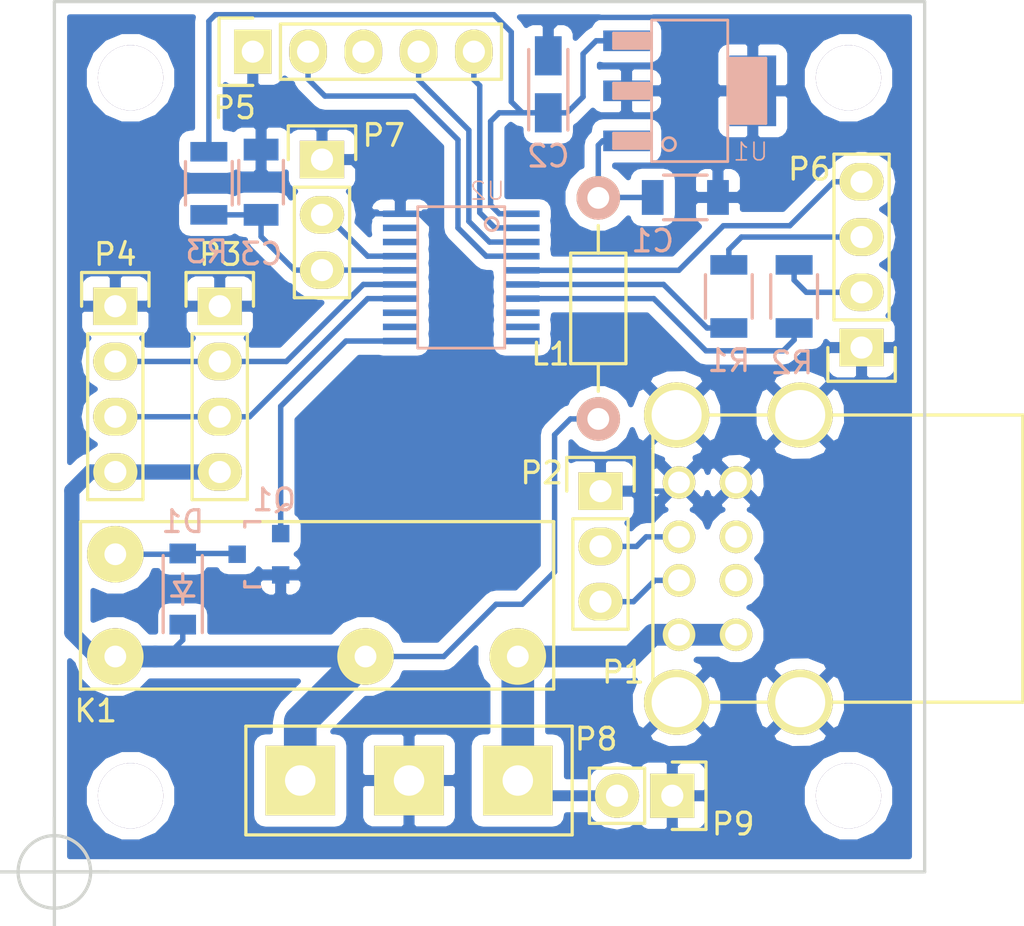
<source format=kicad_pcb>
(kicad_pcb (version 4) (host pcbnew 4.0.2-stable)

  (general
    (links 56)
    (no_connects 0)
    (area -3.989286 -40.082747 44.785001 2.5)
    (thickness 1.6)
    (drawings 5)
    (tracks 177)
    (zones 0)
    (modules 25)
    (nets 32)
  )

  (page A4)
  (title_block
    (title "Raspberry PI power switch")
    (date 2016-06-16)
    (rev 1)
    (company "Io Engineering")
    (comment 1 Terje)
    (comment 4 "Licensed under CERN OHL v.1.2 or later")
  )

  (layers
    (0 F.Cu signal)
    (31 B.Cu signal)
    (32 B.Adhes user)
    (33 F.Adhes user)
    (34 B.Paste user)
    (35 F.Paste user)
    (36 B.SilkS user)
    (37 F.SilkS user)
    (38 B.Mask user)
    (39 F.Mask user)
    (40 Dwgs.User user)
    (41 Cmts.User user)
    (42 Eco1.User user)
    (43 Eco2.User user)
    (44 Edge.Cuts user)
    (45 Margin user)
    (46 B.CrtYd user)
    (47 F.CrtYd user)
    (48 B.Fab user)
    (49 F.Fab user)
  )

  (setup
    (last_trace_width 0.25)
    (trace_clearance 0.2)
    (zone_clearance 0.508)
    (zone_45_only no)
    (trace_min 0.2)
    (segment_width 0.2)
    (edge_width 0.15)
    (via_size 0.6)
    (via_drill 0.4)
    (via_min_size 0.4)
    (via_min_drill 0.3)
    (uvia_size 0.3)
    (uvia_drill 0.1)
    (uvias_allowed no)
    (uvia_min_size 0.2)
    (uvia_min_drill 0.1)
    (pcb_text_width 0.3)
    (pcb_text_size 1.5 1.5)
    (mod_edge_width 0.15)
    (mod_text_size 1 1)
    (mod_text_width 0.15)
    (pad_size 1.524 1.524)
    (pad_drill 0.762)
    (pad_to_mask_clearance 0.2)
    (aux_axis_origin 0 0)
    (visible_elements 7FFFFFFF)
    (pcbplotparams
      (layerselection 0x00040_80000000)
      (usegerberextensions false)
      (excludeedgelayer false)
      (linewidth 0.100000)
      (plotframeref false)
      (viasonmask false)
      (mode 1)
      (useauxorigin false)
      (hpglpennumber 1)
      (hpglpenspeed 20)
      (hpglpendiameter 15)
      (hpglpenoverlay 2)
      (psnegative false)
      (psa4output false)
      (plotreference true)
      (plotvalue true)
      (plotinvisibletext false)
      (padsonsilk false)
      (subtractmaskfromsilk false)
      (outputformat 4)
      (mirror false)
      (drillshape 0)
      (scaleselection 1)
      (outputdirectory d:/pcb))
  )

  (net 0 "")
  (net 1 "Net-(C1-Pad1)")
  (net 2 GND)
  (net 3 "Net-(C3-Pad1)")
  (net 4 +5V)
  (net 5 "Net-(P1-Pad7)")
  (net 6 "Net-(P1-Pad6)")
  (net 7 /SDA)
  (net 8 /SCL)
  (net 9 /PIRDY)
  (net 10 /PISHTDWN)
  (net 11 /PIRESET)
  (net 12 "Net-(P6-Pad2)")
  (net 13 "Net-(P6-Pad3)")
  (net 14 "Net-(P6-Pad4)")
  (net 15 "Net-(K1-Pad4)")
  (net 16 /RON)
  (net 17 "Net-(D1-Pad2)")
  (net 18 "Net-(R1-Pad2)")
  (net 19 "Net-(R2-Pad2)")
  (net 20 "Net-(U2-Pad18)")
  (net 21 "Net-(U2-Pad19)")
  (net 22 "Net-(U2-Pad9)")
  (net 23 "Net-(U2-Pad10)")
  (net 24 "Net-(U2-Pad8)")
  (net 25 "Net-(U2-Pad12)")
  (net 26 "Net-(U2-Pad13)")
  (net 27 "Net-(P1-Pad3)")
  (net 28 "Net-(P1-Pad2)")
  (net 29 "Net-(C2-Pad1)")
  (net 30 "Net-(P5-Pad3)")
  (net 31 "Net-(P7-Pad2)")

  (net_class Default "This is the default net class."
    (clearance 0.2)
    (trace_width 0.25)
    (via_dia 0.6)
    (via_drill 0.4)
    (uvia_dia 0.3)
    (uvia_drill 0.1)
    (add_net +5V)
    (add_net /PIRDY)
    (add_net /PIRESET)
    (add_net /PISHTDWN)
    (add_net /RON)
    (add_net /SCL)
    (add_net /SDA)
    (add_net GND)
    (add_net "Net-(C1-Pad1)")
    (add_net "Net-(C2-Pad1)")
    (add_net "Net-(C3-Pad1)")
    (add_net "Net-(D1-Pad2)")
    (add_net "Net-(K1-Pad4)")
    (add_net "Net-(P1-Pad2)")
    (add_net "Net-(P1-Pad3)")
    (add_net "Net-(P1-Pad6)")
    (add_net "Net-(P1-Pad7)")
    (add_net "Net-(P5-Pad3)")
    (add_net "Net-(P6-Pad2)")
    (add_net "Net-(P6-Pad3)")
    (add_net "Net-(P6-Pad4)")
    (add_net "Net-(P7-Pad2)")
    (add_net "Net-(R1-Pad2)")
    (add_net "Net-(R2-Pad2)")
    (add_net "Net-(U2-Pad10)")
    (add_net "Net-(U2-Pad12)")
    (add_net "Net-(U2-Pad13)")
    (add_net "Net-(U2-Pad18)")
    (add_net "Net-(U2-Pad19)")
    (add_net "Net-(U2-Pad8)")
    (add_net "Net-(U2-Pad9)")
  )

  (module Capacitors_SMD:C_1206 (layer B.Cu) (tedit 5415D7BD) (tstamp 55F9D8CB)
    (at 29 -31)
    (descr "Capacitor SMD 1206, reflow soldering, AVX (see smccp.pdf)")
    (tags "capacitor 1206")
    (path /55FA4F7D)
    (attr smd)
    (fp_text reference C1 (at -1.5 2) (layer B.SilkS)
      (effects (font (size 1 1) (thickness 0.15)) (justify mirror))
    )
    (fp_text value 100nF (at 0 0) (layer B.Fab)
      (effects (font (size 1 1) (thickness 0.15)) (justify mirror))
    )
    (fp_line (start -2.3 1.15) (end 2.3 1.15) (layer B.CrtYd) (width 0.05))
    (fp_line (start -2.3 -1.15) (end 2.3 -1.15) (layer B.CrtYd) (width 0.05))
    (fp_line (start -2.3 1.15) (end -2.3 -1.15) (layer B.CrtYd) (width 0.05))
    (fp_line (start 2.3 1.15) (end 2.3 -1.15) (layer B.CrtYd) (width 0.05))
    (fp_line (start 1 1.025) (end -1 1.025) (layer B.SilkS) (width 0.15))
    (fp_line (start -1 -1.025) (end 1 -1.025) (layer B.SilkS) (width 0.15))
    (pad 1 smd rect (at -1.5 0) (size 1 1.6) (layers B.Cu B.Paste B.Mask)
      (net 1 "Net-(C1-Pad1)"))
    (pad 2 smd rect (at 1.5 0) (size 1 1.6) (layers B.Cu B.Paste B.Mask)
      (net 2 GND))
    (model Capacitors_SMD.3dshapes/C_1206.wrl
      (at (xyz 0 0 0))
      (scale (xyz 1 1 1))
      (rotate (xyz 0 0 0))
    )
  )

  (module Capacitors_Tantalum_SMD:TantalC_SizeA_EIA-3216_Reflow (layer B.Cu) (tedit 555EF642) (tstamp 55F9D8D1)
    (at 22.7 -36.2 90)
    (descr "Tantal Cap. , Size A, EIA-3216, Reflow")
    (tags "Tantal Capacitor Size-A EIA-3216 reflow")
    (path /55FA52E3)
    (attr smd)
    (fp_text reference C2 (at -3.3 0 180) (layer B.SilkS)
      (effects (font (size 1 1) (thickness 0.15)) (justify mirror))
    )
    (fp_text value 10uF (at -0.1 -0.1 270) (layer B.Fab)
      (effects (font (size 1 1) (thickness 0.15)) (justify mirror))
    )
    (fp_line (start 1.6 -0.9) (end -2.1 -0.9) (layer B.SilkS) (width 0.15))
    (fp_line (start 1.6 0.9) (end -2.1 0.9) (layer B.SilkS) (width 0.15))
    (fp_line (start -2.5 -1.2) (end 2.5 -1.2) (layer B.CrtYd) (width 0.05))
    (fp_line (start 2.5 -1.2) (end 2.5 1.2) (layer B.CrtYd) (width 0.05))
    (fp_line (start 2.5 1.2) (end -2.5 1.2) (layer B.CrtYd) (width 0.05))
    (fp_line (start -2.5 1.2) (end -2.5 -1.2) (layer B.CrtYd) (width 0.05))
    (pad 2 smd rect (at 1.31 0 90) (size 1.8 1.23) (layers B.Cu B.Paste B.Mask)
      (net 2 GND))
    (pad 1 smd rect (at -1.31 0 90) (size 1.8 1.23) (layers B.Cu B.Paste B.Mask)
      (net 29 "Net-(C2-Pad1)"))
    (model Capacitors_Tantalum_SMD.3dshapes/TantalC_SizeA_EIA-3216_Reflow.wrl
      (at (xyz 0 0 0))
      (scale (xyz 1 1 1))
      (rotate (xyz 0 0 180))
    )
  )

  (module Capacitors_SMD:C_1206 (layer B.Cu) (tedit 5415D7BD) (tstamp 55F9D8D7)
    (at 9.5 -31.7 90)
    (descr "Capacitor SMD 1206, reflow soldering, AVX (see smccp.pdf)")
    (tags "capacitor 1206")
    (path /55F9D50B)
    (attr smd)
    (fp_text reference C3 (at -3.3 0 180) (layer B.SilkS)
      (effects (font (size 1 1) (thickness 0.15)) (justify mirror))
    )
    (fp_text value 1nF (at 0.05 -0.05 90) (layer B.Fab)
      (effects (font (size 1 1) (thickness 0.15)) (justify mirror))
    )
    (fp_line (start -2.3 1.15) (end 2.3 1.15) (layer B.CrtYd) (width 0.05))
    (fp_line (start -2.3 -1.15) (end 2.3 -1.15) (layer B.CrtYd) (width 0.05))
    (fp_line (start -2.3 1.15) (end -2.3 -1.15) (layer B.CrtYd) (width 0.05))
    (fp_line (start 2.3 1.15) (end 2.3 -1.15) (layer B.CrtYd) (width 0.05))
    (fp_line (start 1 1.025) (end -1 1.025) (layer B.SilkS) (width 0.15))
    (fp_line (start -1 -1.025) (end 1 -1.025) (layer B.SilkS) (width 0.15))
    (pad 1 smd rect (at -1.5 0 90) (size 1 1.6) (layers B.Cu B.Paste B.Mask)
      (net 3 "Net-(C3-Pad1)"))
    (pad 2 smd rect (at 1.5 0 90) (size 1 1.6) (layers B.Cu B.Paste B.Mask)
      (net 2 GND))
    (model Capacitors_SMD.3dshapes/C_1206.wrl
      (at (xyz 0 0 0))
      (scale (xyz 1 1 1))
      (rotate (xyz 0 0 0))
    )
  )

  (module Resistors_ThroughHole:Resistor_Horizontal_RM10mm (layer F.Cu) (tedit 53F56209) (tstamp 55F9D8DD)
    (at 25 -25.9 90)
    (descr "Resistor, Axial,  RM 10mm, 1/3W,")
    (tags "Resistor, Axial, RM 10mm, 1/3W,")
    (path /55F9D676)
    (fp_text reference L1 (at -2.1 -2.2 180) (layer F.SilkS)
      (effects (font (size 1 1) (thickness 0.15)))
    )
    (fp_text value "Ferrite bead" (at 0.4 0 90) (layer F.Fab)
      (effects (font (size 1 1) (thickness 0.15)))
    )
    (fp_line (start -2.54 -1.27) (end 2.54 -1.27) (layer F.SilkS) (width 0.15))
    (fp_line (start 2.54 -1.27) (end 2.54 1.27) (layer F.SilkS) (width 0.15))
    (fp_line (start 2.54 1.27) (end -2.54 1.27) (layer F.SilkS) (width 0.15))
    (fp_line (start -2.54 1.27) (end -2.54 -1.27) (layer F.SilkS) (width 0.15))
    (fp_line (start -2.54 0) (end -3.81 0) (layer F.SilkS) (width 0.15))
    (fp_line (start 2.54 0) (end 3.81 0) (layer F.SilkS) (width 0.15))
    (pad 1 thru_hole circle (at -5.08 0 90) (size 1.99898 1.99898) (drill 1.00076) (layers *.Cu *.SilkS *.Mask)
      (net 4 +5V))
    (pad 2 thru_hole circle (at 5.08 0 90) (size 1.99898 1.99898) (drill 1.00076) (layers *.Cu *.SilkS *.Mask)
      (net 1 "Net-(C1-Pad1)"))
    (model Resistors_ThroughHole.3dshapes/Resistor_Horizontal_RM10mm.wrl
      (at (xyz 0 0 0))
      (scale (xyz 0.4 0.4 0.4))
      (rotate (xyz 0 0 0))
    )
  )

  (module Pin_Headers:Pin_Header_Straight_1x03 (layer F.Cu) (tedit 0) (tstamp 55F9D8E4)
    (at 25.1 -17.5)
    (descr "Through hole pin header")
    (tags "pin header")
    (path /55F9CF5E)
    (fp_text reference P2 (at -2.7 -0.84) (layer F.SilkS)
      (effects (font (size 1 1) (thickness 0.15)))
    )
    (fp_text value "PI USB" (at 0 -3.1) (layer F.Fab)
      (effects (font (size 1 1) (thickness 0.15)))
    )
    (fp_line (start -1.75 -1.75) (end -1.75 6.85) (layer F.CrtYd) (width 0.05))
    (fp_line (start 1.75 -1.75) (end 1.75 6.85) (layer F.CrtYd) (width 0.05))
    (fp_line (start -1.75 -1.75) (end 1.75 -1.75) (layer F.CrtYd) (width 0.05))
    (fp_line (start -1.75 6.85) (end 1.75 6.85) (layer F.CrtYd) (width 0.05))
    (fp_line (start -1.27 1.27) (end -1.27 6.35) (layer F.SilkS) (width 0.15))
    (fp_line (start -1.27 6.35) (end 1.27 6.35) (layer F.SilkS) (width 0.15))
    (fp_line (start 1.27 6.35) (end 1.27 1.27) (layer F.SilkS) (width 0.15))
    (fp_line (start 1.55 -1.55) (end 1.55 0) (layer F.SilkS) (width 0.15))
    (fp_line (start 1.27 1.27) (end -1.27 1.27) (layer F.SilkS) (width 0.15))
    (fp_line (start -1.55 0) (end -1.55 -1.55) (layer F.SilkS) (width 0.15))
    (fp_line (start -1.55 -1.55) (end 1.55 -1.55) (layer F.SilkS) (width 0.15))
    (pad 1 thru_hole rect (at 0 0) (size 2.032 1.7272) (drill 1.016) (layers *.Cu *.Mask F.SilkS)
      (net 2 GND))
    (pad 2 thru_hole oval (at 0 2.54) (size 2.032 1.7272) (drill 1.016) (layers *.Cu *.Mask F.SilkS)
      (net 27 "Net-(P1-Pad3)"))
    (pad 3 thru_hole oval (at 0 5.08) (size 2.032 1.7272) (drill 1.016) (layers *.Cu *.Mask F.SilkS)
      (net 28 "Net-(P1-Pad2)"))
    (model Pin_Headers.3dshapes/Pin_Header_Straight_1x03.wrl
      (at (xyz 0 -0.1 0))
      (scale (xyz 1 1 1))
      (rotate (xyz 0 0 90))
    )
  )

  (module Pin_Headers:Pin_Header_Straight_1x04 (layer F.Cu) (tedit 0) (tstamp 55F9D8F3)
    (at 2.8 -26)
    (descr "Through hole pin header")
    (tags "pin header")
    (path /55F9D0A2)
    (fp_text reference P4 (at 0 -2.38) (layer F.SilkS)
      (effects (font (size 1 1) (thickness 0.15)))
    )
    (fp_text value "I2C 2" (at 0 -2.5) (layer F.Fab)
      (effects (font (size 1 1) (thickness 0.15)))
    )
    (fp_line (start -1.75 -1.75) (end -1.75 9.4) (layer F.CrtYd) (width 0.05))
    (fp_line (start 1.75 -1.75) (end 1.75 9.4) (layer F.CrtYd) (width 0.05))
    (fp_line (start -1.75 -1.75) (end 1.75 -1.75) (layer F.CrtYd) (width 0.05))
    (fp_line (start -1.75 9.4) (end 1.75 9.4) (layer F.CrtYd) (width 0.05))
    (fp_line (start -1.27 1.27) (end -1.27 8.89) (layer F.SilkS) (width 0.15))
    (fp_line (start 1.27 1.27) (end 1.27 8.89) (layer F.SilkS) (width 0.15))
    (fp_line (start 1.55 -1.55) (end 1.55 0) (layer F.SilkS) (width 0.15))
    (fp_line (start -1.27 8.89) (end 1.27 8.89) (layer F.SilkS) (width 0.15))
    (fp_line (start 1.27 1.27) (end -1.27 1.27) (layer F.SilkS) (width 0.15))
    (fp_line (start -1.55 0) (end -1.55 -1.55) (layer F.SilkS) (width 0.15))
    (fp_line (start -1.55 -1.55) (end 1.55 -1.55) (layer F.SilkS) (width 0.15))
    (pad 1 thru_hole rect (at 0 0) (size 2.032 1.7272) (drill 1.016) (layers *.Cu *.Mask F.SilkS)
      (net 2 GND))
    (pad 2 thru_hole oval (at 0 2.54) (size 2.032 1.7272) (drill 1.016) (layers *.Cu *.Mask F.SilkS)
      (net 7 /SDA))
    (pad 3 thru_hole oval (at 0 5.08) (size 2.032 1.7272) (drill 1.016) (layers *.Cu *.Mask F.SilkS)
      (net 8 /SCL))
    (pad 4 thru_hole oval (at 0 7.62) (size 2.032 1.7272) (drill 1.016) (layers *.Cu *.Mask F.SilkS)
      (net 4 +5V))
    (model Pin_Headers.3dshapes/Pin_Header_Straight_1x04.wrl
      (at (xyz 0 -0.15 0))
      (scale (xyz 1 1 1))
      (rotate (xyz 0 0 90))
    )
  )

  (module Pin_Headers:Pin_Header_Straight_1x05 (layer F.Cu) (tedit 54EA0684) (tstamp 55F9D8FC)
    (at 9.12 -37.7 90)
    (descr "Through hole pin header")
    (tags "pin header")
    (path /55F9D234)
    (fp_text reference P5 (at -2.58 -0.84 180) (layer F.SilkS)
      (effects (font (size 1 1) (thickness 0.15)))
    )
    (fp_text value "PI INTERFACE" (at -2.5 5.38 180) (layer F.Fab)
      (effects (font (size 1 1) (thickness 0.15)))
    )
    (fp_line (start -1.55 0) (end -1.55 -1.55) (layer F.SilkS) (width 0.15))
    (fp_line (start -1.55 -1.55) (end 1.55 -1.55) (layer F.SilkS) (width 0.15))
    (fp_line (start 1.55 -1.55) (end 1.55 0) (layer F.SilkS) (width 0.15))
    (fp_line (start -1.75 -1.75) (end -1.75 11.95) (layer F.CrtYd) (width 0.05))
    (fp_line (start 1.75 -1.75) (end 1.75 11.95) (layer F.CrtYd) (width 0.05))
    (fp_line (start -1.75 -1.75) (end 1.75 -1.75) (layer F.CrtYd) (width 0.05))
    (fp_line (start -1.75 11.95) (end 1.75 11.95) (layer F.CrtYd) (width 0.05))
    (fp_line (start 1.27 1.27) (end 1.27 11.43) (layer F.SilkS) (width 0.15))
    (fp_line (start 1.27 11.43) (end -1.27 11.43) (layer F.SilkS) (width 0.15))
    (fp_line (start -1.27 11.43) (end -1.27 1.27) (layer F.SilkS) (width 0.15))
    (fp_line (start 1.27 1.27) (end -1.27 1.27) (layer F.SilkS) (width 0.15))
    (pad 1 thru_hole rect (at 0 0 90) (size 2.032 1.7272) (drill 1.016) (layers *.Cu *.Mask F.SilkS)
      (net 2 GND))
    (pad 2 thru_hole oval (at 0 2.54 90) (size 2.032 1.7272) (drill 1.016) (layers *.Cu *.Mask F.SilkS)
      (net 11 /PIRESET))
    (pad 3 thru_hole oval (at 0 5.08 90) (size 2.032 1.7272) (drill 1.016) (layers *.Cu *.Mask F.SilkS)
      (net 30 "Net-(P5-Pad3)"))
    (pad 4 thru_hole oval (at 0 7.62 90) (size 2.032 1.7272) (drill 1.016) (layers *.Cu *.Mask F.SilkS)
      (net 9 /PIRDY))
    (pad 5 thru_hole oval (at 0 10.16 90) (size 2.032 1.7272) (drill 1.016) (layers *.Cu *.Mask F.SilkS)
      (net 10 /PISHTDWN))
    (model Pin_Headers.3dshapes/Pin_Header_Straight_1x05.wrl
      (at (xyz 0 -0.2 0))
      (scale (xyz 1 1 1))
      (rotate (xyz 0 0 90))
    )
  )

  (module Pin_Headers:Pin_Header_Straight_1x04 (layer F.Cu) (tedit 0) (tstamp 55F9D904)
    (at 37.1 -24.1 180)
    (descr "Through hole pin header")
    (tags "pin header")
    (path /55F9D186)
    (fp_text reference P6 (at 2.4 8.2 180) (layer F.SilkS)
      (effects (font (size 1 1) (thickness 0.15)))
    )
    (fp_text value "FRONT PANEL" (at 2.3 4.1 270) (layer F.Fab)
      (effects (font (size 1 1) (thickness 0.15)))
    )
    (fp_line (start -1.75 -1.75) (end -1.75 9.4) (layer F.CrtYd) (width 0.05))
    (fp_line (start 1.75 -1.75) (end 1.75 9.4) (layer F.CrtYd) (width 0.05))
    (fp_line (start -1.75 -1.75) (end 1.75 -1.75) (layer F.CrtYd) (width 0.05))
    (fp_line (start -1.75 9.4) (end 1.75 9.4) (layer F.CrtYd) (width 0.05))
    (fp_line (start -1.27 1.27) (end -1.27 8.89) (layer F.SilkS) (width 0.15))
    (fp_line (start 1.27 1.27) (end 1.27 8.89) (layer F.SilkS) (width 0.15))
    (fp_line (start 1.55 -1.55) (end 1.55 0) (layer F.SilkS) (width 0.15))
    (fp_line (start -1.27 8.89) (end 1.27 8.89) (layer F.SilkS) (width 0.15))
    (fp_line (start 1.27 1.27) (end -1.27 1.27) (layer F.SilkS) (width 0.15))
    (fp_line (start -1.55 0) (end -1.55 -1.55) (layer F.SilkS) (width 0.15))
    (fp_line (start -1.55 -1.55) (end 1.55 -1.55) (layer F.SilkS) (width 0.15))
    (pad 1 thru_hole rect (at 0 0 180) (size 2.032 1.7272) (drill 1.016) (layers *.Cu *.Mask F.SilkS)
      (net 2 GND))
    (pad 2 thru_hole oval (at 0 2.54 180) (size 2.032 1.7272) (drill 1.016) (layers *.Cu *.Mask F.SilkS)
      (net 12 "Net-(P6-Pad2)"))
    (pad 3 thru_hole oval (at 0 5.08 180) (size 2.032 1.7272) (drill 1.016) (layers *.Cu *.Mask F.SilkS)
      (net 13 "Net-(P6-Pad3)"))
    (pad 4 thru_hole oval (at 0 7.62 180) (size 2.032 1.7272) (drill 1.016) (layers *.Cu *.Mask F.SilkS)
      (net 14 "Net-(P6-Pad4)"))
    (model Pin_Headers.3dshapes/Pin_Header_Straight_1x04.wrl
      (at (xyz 0 -0.15 0))
      (scale (xyz 1 1 1))
      (rotate (xyz 0 0 90))
    )
  )

  (module Pin_Headers:Pin_Header_Straight_1x03 (layer F.Cu) (tedit 0) (tstamp 55F9D90B)
    (at 12.3 -32.74)
    (descr "Through hole pin header")
    (tags "pin header")
    (path /55F9D027)
    (fp_text reference P7 (at 2.84 -1.11) (layer F.SilkS)
      (effects (font (size 1 1) (thickness 0.15)))
    )
    (fp_text value SBW (at 0 7.94) (layer F.Fab)
      (effects (font (size 1 1) (thickness 0.15)))
    )
    (fp_line (start -1.75 -1.75) (end -1.75 6.85) (layer F.CrtYd) (width 0.05))
    (fp_line (start 1.75 -1.75) (end 1.75 6.85) (layer F.CrtYd) (width 0.05))
    (fp_line (start -1.75 -1.75) (end 1.75 -1.75) (layer F.CrtYd) (width 0.05))
    (fp_line (start -1.75 6.85) (end 1.75 6.85) (layer F.CrtYd) (width 0.05))
    (fp_line (start -1.27 1.27) (end -1.27 6.35) (layer F.SilkS) (width 0.15))
    (fp_line (start -1.27 6.35) (end 1.27 6.35) (layer F.SilkS) (width 0.15))
    (fp_line (start 1.27 6.35) (end 1.27 1.27) (layer F.SilkS) (width 0.15))
    (fp_line (start 1.55 -1.55) (end 1.55 0) (layer F.SilkS) (width 0.15))
    (fp_line (start 1.27 1.27) (end -1.27 1.27) (layer F.SilkS) (width 0.15))
    (fp_line (start -1.55 0) (end -1.55 -1.55) (layer F.SilkS) (width 0.15))
    (fp_line (start -1.55 -1.55) (end 1.55 -1.55) (layer F.SilkS) (width 0.15))
    (pad 1 thru_hole rect (at 0 0) (size 2.032 1.7272) (drill 1.016) (layers *.Cu *.Mask F.SilkS)
      (net 2 GND))
    (pad 2 thru_hole oval (at 0 2.54) (size 2.032 1.7272) (drill 1.016) (layers *.Cu *.Mask F.SilkS)
      (net 31 "Net-(P7-Pad2)"))
    (pad 3 thru_hole oval (at 0 5.08) (size 2.032 1.7272) (drill 1.016) (layers *.Cu *.Mask F.SilkS)
      (net 3 "Net-(C3-Pad1)"))
    (model Pin_Headers.3dshapes/Pin_Header_Straight_1x03.wrl
      (at (xyz 0 -0.1 0))
      (scale (xyz 1 1 1))
      (rotate (xyz 0 0 90))
    )
  )

  (module Engineering_Conn:CONN_PWR_3P (layer F.Cu) (tedit 55F1A649) (tstamp 55F9D912)
    (at 16.3 -4.2)
    (path /55FA892A)
    (fp_text reference P8 (at 8.6 -1.9) (layer F.SilkS)
      (effects (font (size 1 1) (thickness 0.15)))
    )
    (fp_text value "PWR 1" (at -5.4 3.3) (layer F.Fab)
      (effects (font (size 1 1) (thickness 0.15)))
    )
    (fp_line (start 7.5 2.5) (end -7.5 2.5) (layer F.SilkS) (width 0.15))
    (fp_line (start 7.5 -2.5) (end 7.5 2.5) (layer F.SilkS) (width 0.15))
    (fp_line (start -7.5 -2.5) (end 7.5 -2.5) (layer F.SilkS) (width 0.15))
    (fp_line (start -7.5 2.5) (end -7.5 -2.5) (layer F.SilkS) (width 0.15))
    (pad 1 thru_hole rect (at -5 0) (size 3.2 3.2) (drill 1.4) (layers *.Cu *.Mask F.SilkS)
      (net 4 +5V))
    (pad 2 thru_hole rect (at 0 0) (size 3.2 3.2) (drill 1.4) (layers *.Cu *.Mask F.SilkS)
      (net 2 GND))
    (pad 3 thru_hole rect (at 5 0) (size 3.2 3.2) (drill 1.4) (layers *.Cu *.Mask F.SilkS)
      (net 15 "Net-(K1-Pad4)"))
  )

  (module Housings_SOT-23_SOT-143_TSOT-6:SOT-23 (layer B.Cu) (tedit 553634F8) (tstamp 55F9D919)
    (at 9.4 -14.6 270)
    (descr "SOT-23, Standard")
    (tags SOT-23)
    (path /55F9CF09)
    (attr smd)
    (fp_text reference Q1 (at -2.5 -0.7 360) (layer B.SilkS)
      (effects (font (size 1 1) (thickness 0.15)) (justify mirror))
    )
    (fp_text value 2N7002 (at -0.25 -0.2 270) (layer B.Fab)
      (effects (font (size 1 1) (thickness 0.15)) (justify mirror))
    )
    (fp_line (start -1.65 1.6) (end 1.65 1.6) (layer B.CrtYd) (width 0.05))
    (fp_line (start 1.65 1.6) (end 1.65 -1.6) (layer B.CrtYd) (width 0.05))
    (fp_line (start 1.65 -1.6) (end -1.65 -1.6) (layer B.CrtYd) (width 0.05))
    (fp_line (start -1.65 -1.6) (end -1.65 1.6) (layer B.CrtYd) (width 0.05))
    (fp_line (start 1.29916 0.65024) (end 1.2509 0.65024) (layer B.SilkS) (width 0.15))
    (fp_line (start -1.49982 -0.0508) (end -1.49982 0.65024) (layer B.SilkS) (width 0.15))
    (fp_line (start -1.49982 0.65024) (end -1.2509 0.65024) (layer B.SilkS) (width 0.15))
    (fp_line (start 1.29916 0.65024) (end 1.49982 0.65024) (layer B.SilkS) (width 0.15))
    (fp_line (start 1.49982 0.65024) (end 1.49982 -0.0508) (layer B.SilkS) (width 0.15))
    (pad 1 smd rect (at -0.95 -1.00076 270) (size 0.8001 0.8001) (layers B.Cu B.Paste B.Mask)
      (net 16 /RON))
    (pad 2 smd rect (at 0.95 -1.00076 270) (size 0.8001 0.8001) (layers B.Cu B.Paste B.Mask)
      (net 2 GND))
    (pad 3 smd rect (at 0 0.99822 270) (size 0.8001 0.8001) (layers B.Cu B.Paste B.Mask)
      (net 17 "Net-(D1-Pad2)"))
    (model Housings_SOT-23_SOT-143_TSOT-6.3dshapes/SOT-23.wrl
      (at (xyz 0 0 0))
      (scale (xyz 1 1 1))
      (rotate (xyz 0 0 0))
    )
  )

  (module Resistors_SMD:R_1206 (layer B.Cu) (tedit 5415CFA7) (tstamp 55F9D91F)
    (at 31 -26.45 270)
    (descr "Resistor SMD 1206, reflow soldering, Vishay (see dcrcw.pdf)")
    (tags "resistor 1206")
    (path /55F9D47E)
    (attr smd)
    (fp_text reference R1 (at 2.95 0 360) (layer B.SilkS)
      (effects (font (size 1 1) (thickness 0.15)) (justify mirror))
    )
    (fp_text value 1K2 (at -0.05 -0.15 270) (layer B.Fab)
      (effects (font (size 1 1) (thickness 0.15)) (justify mirror))
    )
    (fp_line (start -2.2 1.2) (end 2.2 1.2) (layer B.CrtYd) (width 0.05))
    (fp_line (start -2.2 -1.2) (end 2.2 -1.2) (layer B.CrtYd) (width 0.05))
    (fp_line (start -2.2 1.2) (end -2.2 -1.2) (layer B.CrtYd) (width 0.05))
    (fp_line (start 2.2 1.2) (end 2.2 -1.2) (layer B.CrtYd) (width 0.05))
    (fp_line (start 1 -1.075) (end -1 -1.075) (layer B.SilkS) (width 0.15))
    (fp_line (start -1 1.075) (end 1 1.075) (layer B.SilkS) (width 0.15))
    (pad 1 smd rect (at -1.45 0 270) (size 0.9 1.7) (layers B.Cu B.Paste B.Mask)
      (net 13 "Net-(P6-Pad3)"))
    (pad 2 smd rect (at 1.45 0 270) (size 0.9 1.7) (layers B.Cu B.Paste B.Mask)
      (net 18 "Net-(R1-Pad2)"))
    (model Resistors_SMD.3dshapes/R_1206.wrl
      (at (xyz 0 0 0))
      (scale (xyz 1 1 1))
      (rotate (xyz 0 0 0))
    )
  )

  (module Resistors_SMD:R_1206 (layer B.Cu) (tedit 5415CFA7) (tstamp 55F9D925)
    (at 34 -26.45 270)
    (descr "Resistor SMD 1206, reflow soldering, Vishay (see dcrcw.pdf)")
    (tags "resistor 1206")
    (path /55F9D401)
    (attr smd)
    (fp_text reference R2 (at 3.05 0.1 360) (layer B.SilkS)
      (effects (font (size 1 1) (thickness 0.15)) (justify mirror))
    )
    (fp_text value 4K7 (at 0.05 -0.1 270) (layer B.Fab)
      (effects (font (size 1 1) (thickness 0.15)) (justify mirror))
    )
    (fp_line (start -2.2 1.2) (end 2.2 1.2) (layer B.CrtYd) (width 0.05))
    (fp_line (start -2.2 -1.2) (end 2.2 -1.2) (layer B.CrtYd) (width 0.05))
    (fp_line (start -2.2 1.2) (end -2.2 -1.2) (layer B.CrtYd) (width 0.05))
    (fp_line (start 2.2 1.2) (end 2.2 -1.2) (layer B.CrtYd) (width 0.05))
    (fp_line (start 1 -1.075) (end -1 -1.075) (layer B.SilkS) (width 0.15))
    (fp_line (start -1 1.075) (end 1 1.075) (layer B.SilkS) (width 0.15))
    (pad 1 smd rect (at -1.45 0 270) (size 0.9 1.7) (layers B.Cu B.Paste B.Mask)
      (net 12 "Net-(P6-Pad2)"))
    (pad 2 smd rect (at 1.45 0 270) (size 0.9 1.7) (layers B.Cu B.Paste B.Mask)
      (net 19 "Net-(R2-Pad2)"))
    (model Resistors_SMD.3dshapes/R_1206.wrl
      (at (xyz 0 0 0))
      (scale (xyz 1 1 1))
      (rotate (xyz 0 0 0))
    )
  )

  (module Resistors_SMD:R_1206 (layer B.Cu) (tedit 5415CFA7) (tstamp 55F9D92B)
    (at 7.1 -31.65 270)
    (descr "Resistor SMD 1206, reflow soldering, Vishay (see dcrcw.pdf)")
    (tags "resistor 1206")
    (path /55F9D32E)
    (attr smd)
    (fp_text reference R3 (at 3.15 0.1 360) (layer B.SilkS)
      (effects (font (size 1 1) (thickness 0.15)) (justify mirror))
    )
    (fp_text value 47K (at -0.1 -0.1 270) (layer B.Fab)
      (effects (font (size 1 1) (thickness 0.15)) (justify mirror))
    )
    (fp_line (start -2.2 1.2) (end 2.2 1.2) (layer B.CrtYd) (width 0.05))
    (fp_line (start -2.2 -1.2) (end 2.2 -1.2) (layer B.CrtYd) (width 0.05))
    (fp_line (start -2.2 1.2) (end -2.2 -1.2) (layer B.CrtYd) (width 0.05))
    (fp_line (start 2.2 1.2) (end 2.2 -1.2) (layer B.CrtYd) (width 0.05))
    (fp_line (start 1 -1.075) (end -1 -1.075) (layer B.SilkS) (width 0.15))
    (fp_line (start -1 1.075) (end 1 1.075) (layer B.SilkS) (width 0.15))
    (pad 1 smd rect (at -1.45 0 270) (size 0.9 1.7) (layers B.Cu B.Paste B.Mask)
      (net 29 "Net-(C2-Pad1)"))
    (pad 2 smd rect (at 1.45 0 270) (size 0.9 1.7) (layers B.Cu B.Paste B.Mask)
      (net 3 "Net-(C3-Pad1)"))
    (model Resistors_SMD.3dshapes/R_1206.wrl
      (at (xyz 0 0 0))
      (scale (xyz 1 1 1))
      (rotate (xyz 0 0 0))
    )
  )

  (module AB2_SOT:AB2_SOT223 (layer B.Cu) (tedit 55F9F620) (tstamp 55F9D933)
    (at 29.2 -35.9 90)
    (path /55FA442D)
    (fp_text reference U1 (at -2.8 2.8 180) (layer B.SilkS)
      (effects (font (size 0.8128 0.8128) (thickness 0.0762)) (justify mirror))
    )
    (fp_text value "MIC5209 3V3" (at -0.1 -4.9 90) (layer B.SilkS) hide
      (effects (font (size 0.8128 0.8128) (thickness 0.0762)) (justify mirror))
    )
    (fp_line (start 1 2.95) (end 1 2.25) (layer B.SilkS) (width 0.127))
    (fp_line (start 1 2.25) (end -1 2.25) (layer B.SilkS) (width 0.127))
    (fp_line (start -1 2.25) (end -1 2.9) (layer B.SilkS) (width 0.127))
    (fp_line (start -1 2.9) (end 0.9 2.9) (layer B.SilkS) (width 0.127))
    (fp_line (start 0.9 2.9) (end 0.9 2.35) (layer B.SilkS) (width 0.127))
    (fp_line (start 0.9 2.35) (end -0.9 2.35) (layer B.SilkS) (width 0.127))
    (fp_line (start -0.9 2.35) (end -0.9 2.8) (layer B.SilkS) (width 0.127))
    (fp_line (start -0.9 2.8) (end 0.8 2.8) (layer B.SilkS) (width 0.127))
    (fp_line (start 0.8 2.8) (end 0.8 2.45) (layer B.SilkS) (width 0.127))
    (fp_line (start 0.8 2.45) (end -0.8 2.45) (layer B.SilkS) (width 0.127))
    (fp_line (start -0.8 2.45) (end -0.8 2.7) (layer B.SilkS) (width 0.127))
    (fp_line (start -0.8 2.7) (end 0.7 2.7) (layer B.SilkS) (width 0.127))
    (fp_line (start 0.7 2.7) (end 0.7 2.55) (layer B.SilkS) (width 0.127))
    (fp_line (start 0.7 2.55) (end -0.7 2.55) (layer B.SilkS) (width 0.127))
    (fp_line (start -0.7 2.55) (end -0.7 2.6) (layer B.SilkS) (width 0.127))
    (fp_line (start -0.7 2.6) (end 0.6 2.6) (layer B.SilkS) (width 0.127))
    (fp_line (start -1.4 3.4) (end 1.4 3.4) (layer B.SilkS) (width 0.127))
    (fp_line (start 1.4 3.4) (end 1.4 1.85) (layer B.SilkS) (width 0.127))
    (fp_line (start 1.4 1.85) (end -1.4 1.85) (layer B.SilkS) (width 0.127))
    (fp_line (start -1.4 1.85) (end -1.4 3.3) (layer B.SilkS) (width 0.127))
    (fp_line (start -1.4 3.3) (end 1.3 3.3) (layer B.SilkS) (width 0.127))
    (fp_line (start 1.3 3.3) (end 1.3 1.95) (layer B.SilkS) (width 0.127))
    (fp_line (start 1.3 1.95) (end -1.3 1.95) (layer B.SilkS) (width 0.127))
    (fp_line (start -1.3 1.95) (end -1.3 3.2) (layer B.SilkS) (width 0.127))
    (fp_line (start -1.3 3.2) (end 1.2 3.2) (layer B.SilkS) (width 0.127))
    (fp_line (start 1.2 3.2) (end 1.2 2.05) (layer B.SilkS) (width 0.127))
    (fp_line (start 1.2 2.05) (end -1.2 2.05) (layer B.SilkS) (width 0.127))
    (fp_line (start -1.2 2.05) (end -1.2 3.1) (layer B.SilkS) (width 0.127))
    (fp_line (start -1.2 3.1) (end 1.1 3.1) (layer B.SilkS) (width 0.127))
    (fp_line (start 1.1 3.1) (end 1.1 2.15) (layer B.SilkS) (width 0.127))
    (fp_line (start 1.1 2.15) (end -1.1 2.15) (layer B.SilkS) (width 0.127))
    (fp_line (start -1.1 2.15) (end -1.1 3) (layer B.SilkS) (width 0.127))
    (fp_line (start -1.1 3) (end 1 3) (layer B.SilkS) (width 0.127))
    (fp_line (start 2.05 -1.85) (end 2.55 -1.85) (layer B.SilkS) (width 0.127))
    (fp_line (start 2.55 -1.85) (end 2.55 -3.4) (layer B.SilkS) (width 0.127))
    (fp_line (start 2.55 -3.4) (end 2.05 -3.4) (layer B.SilkS) (width 0.127))
    (fp_line (start 2.05 -3.4) (end 2.05 -1.95) (layer B.SilkS) (width 0.127))
    (fp_line (start 2.05 -1.95) (end 2.45 -1.95) (layer B.SilkS) (width 0.127))
    (fp_line (start 2.45 -1.95) (end 2.45 -3.3) (layer B.SilkS) (width 0.127))
    (fp_line (start 2.45 -3.3) (end 2.15 -3.3) (layer B.SilkS) (width 0.127))
    (fp_line (start 2.15 -3.3) (end 2.15 -2.05) (layer B.SilkS) (width 0.127))
    (fp_line (start 2.15 -2.05) (end 2.35 -2.05) (layer B.SilkS) (width 0.127))
    (fp_line (start 2.35 -2.05) (end 2.35 -3.2) (layer B.SilkS) (width 0.127))
    (fp_line (start 2.35 -3.2) (end 2.25 -3.2) (layer B.SilkS) (width 0.127))
    (fp_line (start 2.25 -3.2) (end 2.25 -2.15) (layer B.SilkS) (width 0.127))
    (fp_line (start -0.25 -1.85) (end 0.25 -1.85) (layer B.SilkS) (width 0.127))
    (fp_line (start 0.25 -1.85) (end 0.25 -3.4) (layer B.SilkS) (width 0.127))
    (fp_line (start 0.25 -3.4) (end -0.25 -3.4) (layer B.SilkS) (width 0.127))
    (fp_line (start -0.25 -3.4) (end -0.25 -1.95) (layer B.SilkS) (width 0.127))
    (fp_line (start -0.25 -1.95) (end 0.15 -1.95) (layer B.SilkS) (width 0.127))
    (fp_line (start 0.15 -1.95) (end 0.15 -3.3) (layer B.SilkS) (width 0.127))
    (fp_line (start 0.15 -3.3) (end -0.15 -3.3) (layer B.SilkS) (width 0.127))
    (fp_line (start -0.15 -3.3) (end -0.15 -2.05) (layer B.SilkS) (width 0.127))
    (fp_line (start -0.15 -2.05) (end 0.05 -2.05) (layer B.SilkS) (width 0.127))
    (fp_line (start 0.05 -2.05) (end 0.05 -3.2) (layer B.SilkS) (width 0.127))
    (fp_line (start 0.05 -3.2) (end -0.05 -3.2) (layer B.SilkS) (width 0.127))
    (fp_line (start -0.05 -3.2) (end -0.05 -2.15) (layer B.SilkS) (width 0.127))
    (fp_line (start -2.55 -1.85) (end -2.05 -1.85) (layer B.SilkS) (width 0.127))
    (fp_line (start -2.05 -1.85) (end -2.05 -3.4) (layer B.SilkS) (width 0.127))
    (fp_line (start -2.05 -3.4) (end -2.55 -3.4) (layer B.SilkS) (width 0.127))
    (fp_line (start -2.55 -3.4) (end -2.55 -1.95) (layer B.SilkS) (width 0.127))
    (fp_line (start -2.55 -1.95) (end -2.15 -1.95) (layer B.SilkS) (width 0.127))
    (fp_line (start -2.15 -1.95) (end -2.15 -3.3) (layer B.SilkS) (width 0.127))
    (fp_line (start -2.15 -3.3) (end -2.45 -3.3) (layer B.SilkS) (width 0.127))
    (fp_line (start -2.45 -3.3) (end -2.45 -2.05) (layer B.SilkS) (width 0.127))
    (fp_line (start -2.45 -2.05) (end -2.25 -2.05) (layer B.SilkS) (width 0.127))
    (fp_line (start -2.25 -2.05) (end -2.25 -3.2) (layer B.SilkS) (width 0.127))
    (fp_line (start -2.25 -3.2) (end -2.35 -3.2) (layer B.SilkS) (width 0.127))
    (fp_line (start -2.35 -3.2) (end -2.35 -2.15) (layer B.SilkS) (width 0.127))
    (fp_line (start -1.95 -3.5) (end -1.95 -1.75) (layer B.SilkS) (width 0.127))
    (fp_line (start -2.65 -3.5) (end -1.95 -3.5) (layer B.SilkS) (width 0.127))
    (fp_line (start -2.65 -1.75) (end -2.65 -3.5) (layer B.SilkS) (width 0.127))
    (fp_line (start 2.65 -3.5) (end 2.65 -1.75) (layer B.SilkS) (width 0.127))
    (fp_line (start 1.95 -3.5) (end 2.65 -3.5) (layer B.SilkS) (width 0.127))
    (fp_line (start 1.95 -1.75) (end 1.95 -3.5) (layer B.SilkS) (width 0.127))
    (fp_line (start -0.35 -1.75) (end -0.35 -3.5) (layer B.SilkS) (width 0.127))
    (fp_line (start -0.35 -3.5) (end 0.35 -3.5) (layer B.SilkS) (width 0.127))
    (fp_line (start 0.35 -3.5) (end 0.35 -1.75) (layer B.SilkS) (width 0.127))
    (fp_line (start 1.5 1.75) (end 1.5 3.5) (layer B.SilkS) (width 0.127))
    (fp_line (start 1.5 3.5) (end -1.5 3.5) (layer B.SilkS) (width 0.127))
    (fp_line (start -1.5 3.5) (end -1.5 1.75) (layer B.SilkS) (width 0.127))
    (fp_circle (center -2.45 -0.95) (end -2.15 -0.95) (layer B.SilkS) (width 0.127))
    (fp_line (start -3.25 1.75) (end 3.25 1.75) (layer B.SilkS) (width 0.127))
    (fp_line (start 3.25 1.75) (end 3.25 -1.75) (layer B.SilkS) (width 0.127))
    (fp_line (start 3.25 -1.75) (end -3.25 -1.75) (layer B.SilkS) (width 0.127))
    (fp_line (start -3.25 -1.75) (end -3.25 1.75) (layer B.SilkS) (width 0.127))
    (pad 2 smd rect (at 0 2.9 90) (size 3.25 2.15) (layers B.Cu B.Paste B.Mask)
      (net 2 GND))
    (pad 1 smd rect (at -2.3 -2.9 90) (size 0.95 2.15) (layers B.Cu B.Paste B.Mask)
      (net 1 "Net-(C1-Pad1)"))
    (pad 2 smd rect (at 0 -2.9 90) (size 0.95 2.15) (layers B.Cu B.Paste B.Mask)
      (net 2 GND))
    (pad 3 smd rect (at 2.3 -2.9 90) (size 0.95 2.15) (layers B.Cu B.Paste B.Mask)
      (net 29 "Net-(C2-Pad1)"))
    (model ab2_sot/AB2_SOT223.x3d
      (at (xyz 0 0 0))
      (scale (xyz 0.3937 0.3937 0.3937))
      (rotate (xyz 0 0 0))
    )
  )

  (module Engineering_Conn:TSSOP20 (layer B.Cu) (tedit 55F9F62C) (tstamp 55F9D94B)
    (at 18.7 -27.325 270)
    (path /55F9CEA4)
    (fp_text reference U2 (at -3.975 -1.2 360) (layer B.SilkS)
      (effects (font (size 0.8128 0.8128) (thickness 0.0762)) (justify mirror))
    )
    (fp_text value MSP430G2553-20 (at 0 0 270) (layer B.SilkS) hide
      (effects (font (size 0.8128 0.8128) (thickness 0.0762)) (justify mirror))
    )
    (fp_circle (center -2.45 -1.4) (end -2.45 -1.1) (layer B.SilkS) (width 0.127))
    (fp_line (start -3.25 2) (end 3.25 2) (layer B.SilkS) (width 0.127))
    (fp_line (start 3.25 2) (end 3.25 -2) (layer B.SilkS) (width 0.127))
    (fp_line (start 3.25 -2) (end -3.25 -2) (layer B.SilkS) (width 0.127))
    (fp_line (start -3.25 -2) (end -3.25 2) (layer B.SilkS) (width 0.127))
    (pad 18 smd rect (at -1.625 2.8 270) (size 0.3 1.6) (layers B.Cu B.Paste B.Mask)
      (net 20 "Net-(U2-Pad18)"))
    (pad 17 smd rect (at -0.975 2.8 270) (size 0.3 1.6) (layers B.Cu B.Paste B.Mask)
      (net 31 "Net-(P7-Pad2)"))
    (pad 19 smd rect (at -2.275 2.8 270) (size 0.3 1.6) (layers B.Cu B.Paste B.Mask)
      (net 21 "Net-(U2-Pad19)"))
    (pad 20 smd rect (at -2.925 2.8 270) (size 0.3 1.6) (layers B.Cu B.Paste B.Mask)
      (net 2 GND))
    (pad 9 smd rect (at 2.275 -2.8 270) (size 0.3 1.6) (layers B.Cu B.Paste B.Mask)
      (net 22 "Net-(U2-Pad9)"))
    (pad 10 smd rect (at 2.925 -2.8 270) (size 0.3 1.6) (layers B.Cu B.Paste B.Mask)
      (net 23 "Net-(U2-Pad10)"))
    (pad 16 smd rect (at -0.325 2.8 270) (size 0.3 1.6) (layers B.Cu B.Paste B.Mask)
      (net 3 "Net-(C3-Pad1)"))
    (pad 15 smd rect (at 0.325 2.8 270) (size 0.3 1.6) (layers B.Cu B.Paste B.Mask)
      (net 7 /SDA))
    (pad 8 smd rect (at 1.625 -2.8 270) (size 0.3 1.6) (layers B.Cu B.Paste B.Mask)
      (net 24 "Net-(U2-Pad8)"))
    (pad 7 smd rect (at 0.975 -2.8 270) (size 0.3 1.6) (layers B.Cu B.Paste B.Mask)
      (net 19 "Net-(R2-Pad2)"))
    (pad 6 smd rect (at 0.325 -2.8 270) (size 0.3 1.6) (layers B.Cu B.Paste B.Mask)
      (net 18 "Net-(R1-Pad2)"))
    (pad 5 smd rect (at -0.325 -2.8 270) (size 0.3 1.6) (layers B.Cu B.Paste B.Mask)
      (net 14 "Net-(P6-Pad4)"))
    (pad 1 smd rect (at -2.925 -2.8 270) (size 0.3 1.6) (layers B.Cu B.Paste B.Mask)
      (net 29 "Net-(C2-Pad1)"))
    (pad 2 smd rect (at -2.275 -2.8 270) (size 0.3 1.6) (layers B.Cu B.Paste B.Mask)
      (net 10 /PISHTDWN))
    (pad 3 smd rect (at -1.625 -2.8 270) (size 0.3 1.6) (layers B.Cu B.Paste B.Mask)
      (net 9 /PIRDY))
    (pad 4 smd rect (at -0.975 -2.8 270) (size 0.3 1.6) (layers B.Cu B.Paste B.Mask)
      (net 11 /PIRESET))
    (pad 11 smd rect (at 2.925 2.8 270) (size 0.3 1.6) (layers B.Cu B.Paste B.Mask)
      (net 16 /RON))
    (pad 12 smd rect (at 2.275 2.8 270) (size 0.3 1.6) (layers B.Cu B.Paste B.Mask)
      (net 25 "Net-(U2-Pad12)"))
    (pad 13 smd rect (at 1.625 2.8 270) (size 0.3 1.6) (layers B.Cu B.Paste B.Mask)
      (net 26 "Net-(U2-Pad13)"))
    (pad 14 smd rect (at 0.975 2.8 270) (size 0.3 1.6) (layers B.Cu B.Paste B.Mask)
      (net 8 /SCL))
    (model ab2_tssop/AB2_TSSOP20.x3d
      (at (xyz 0 0 0))
      (scale (xyz 0.3937 0.3937 0.3937))
      (rotate (xyz 0 0 180))
    )
  )

  (module Engineering_Conn:PANASONIC_LD_P_RELAY (layer F.Cu) (tedit 55F9DC25) (tstamp 55F9E4E7)
    (at 11.8 -12.25 180)
    (path /55F9E439)
    (fp_text reference K1 (at 9.9 -4.85 180) (layer F.SilkS)
      (effects (font (size 1 1) (thickness 0.15)))
    )
    (fp_text value RELAY-LD-P (at -5.3 2.6 180) (layer F.Fab)
      (effects (font (size 1 1) (thickness 0.15)))
    )
    (fp_line (start -11.15 3.85) (end -11.15 -3.85) (layer F.SilkS) (width 0.15))
    (fp_line (start 10.6 3.85) (end -11.15 3.85) (layer F.SilkS) (width 0.15))
    (fp_line (start 10.6 -3.85) (end 10.6 3.85) (layer F.SilkS) (width 0.15))
    (fp_line (start -11.15 -3.85) (end 10.6 -3.85) (layer F.SilkS) (width 0.15))
    (pad 4 thru_hole circle (at -9.5 -2.35 180) (size 2.6 2.6) (drill 1) (layers *.Cu *.Mask F.SilkS)
      (net 15 "Net-(K1-Pad4)"))
    (pad 3 thru_hole circle (at -2.5 -2.35 180) (size 2.6 2.6) (drill 1) (layers *.Cu *.Mask F.SilkS)
      (net 4 +5V))
    (pad 2 thru_hole circle (at 9 -2.35 180) (size 2.6 2.6) (drill 1) (layers *.Cu *.Mask F.SilkS)
      (net 4 +5V))
    (pad 1 thru_hole circle (at 9 2.35 180) (size 2.6 2.6) (drill 1) (layers *.Cu *.Mask F.SilkS)
      (net 17 "Net-(D1-Pad2)"))
  )

  (module Diodes_SMD:SOD-123 (layer B.Cu) (tedit 5530FCB9) (tstamp 55F9E54C)
    (at 5.9 -13 90)
    (descr SOD-123)
    (tags SOD-123)
    (path /55F9D2A7)
    (attr smd)
    (fp_text reference D1 (at 3.1 0 180) (layer B.SilkS)
      (effects (font (size 1 1) (thickness 0.15)) (justify mirror))
    )
    (fp_text value 1N4148 (at 0.1 0.15 90) (layer B.Fab)
      (effects (font (size 1 1) (thickness 0.15)) (justify mirror))
    )
    (fp_line (start 0.3175 0) (end 0.6985 0) (layer B.SilkS) (width 0.15))
    (fp_line (start -0.6985 0) (end -0.3175 0) (layer B.SilkS) (width 0.15))
    (fp_line (start -0.3175 0) (end 0.3175 0.381) (layer B.SilkS) (width 0.15))
    (fp_line (start 0.3175 0.381) (end 0.3175 -0.381) (layer B.SilkS) (width 0.15))
    (fp_line (start 0.3175 -0.381) (end -0.3175 0) (layer B.SilkS) (width 0.15))
    (fp_line (start -0.3175 0.508) (end -0.3175 -0.508) (layer B.SilkS) (width 0.15))
    (fp_line (start -2.25 1.05) (end 2.25 1.05) (layer B.CrtYd) (width 0.05))
    (fp_line (start 2.25 1.05) (end 2.25 -1.05) (layer B.CrtYd) (width 0.05))
    (fp_line (start 2.25 -1.05) (end -2.25 -1.05) (layer B.CrtYd) (width 0.05))
    (fp_line (start -2.25 1.05) (end -2.25 -1.05) (layer B.CrtYd) (width 0.05))
    (fp_line (start -2 -0.9) (end 1.54 -0.9) (layer B.SilkS) (width 0.15))
    (fp_line (start -2 0.9) (end 1.54 0.9) (layer B.SilkS) (width 0.15))
    (pad 1 smd rect (at -1.635 0 90) (size 0.91 1.22) (layers B.Cu B.Paste B.Mask)
      (net 4 +5V))
    (pad 2 smd rect (at 1.635 0 90) (size 0.91 1.22) (layers B.Cu B.Paste B.Mask)
      (net 17 "Net-(D1-Pad2)"))
  )

  (module Engineering_Conn:USB_A_2 (layer F.Cu) (tedit 55F9E603) (tstamp 55F9EA82)
    (at 36.01 -14.4 270)
    (descr "USB A connector")
    (tags "USB USB_A")
    (path /55F9EEA5)
    (fp_text reference P1 (at 5.22 9.86 540) (layer F.SilkS)
      (effects (font (size 1 1) (thickness 0.15)))
    )
    (fp_text value USB_A_2 (at -0.263195 -0.136695 450) (layer F.Fab)
      (effects (font (size 1 1) (thickness 0.15)))
    )
    (fp_line (start 8.4 -8.5) (end 8.4 8.7) (layer F.CrtYd) (width 0.05))
    (fp_line (start -8.4 8.7) (end -8.4 -8.5) (layer F.CrtYd) (width 0.05))
    (fp_line (start 8.4 -8.5) (end -8.4 -8.5) (layer F.CrtYd) (width 0.05))
    (fp_line (start 8.4 8.7) (end -8.4 8.7) (layer F.CrtYd) (width 0.05))
    (fp_line (start -6.6 8.5) (end -6.6 -8.5) (layer F.SilkS) (width 0.15))
    (fp_line (start 6.6 -8.5) (end 6.6 8.5) (layer F.SilkS) (width 0.15))
    (fp_line (start -6.6 8.5) (end 6.6 8.5) (layer F.SilkS) (width 0.15))
    (fp_line (start -6.6 -8.5) (end 6.6 -8.5) (layer F.SilkS) (width 0.15))
    (pad 4 thru_hole circle (at -3.5 7.3) (size 1.5 1.5) (drill 1) (layers *.Cu *.Mask F.SilkS)
      (net 2 GND))
    (pad 3 thru_hole circle (at -1 7.3) (size 1.5 1.5) (drill 1) (layers *.Cu *.Mask F.SilkS)
      (net 27 "Net-(P1-Pad3)"))
    (pad 2 thru_hole circle (at 1 7.3) (size 1.5 1.5) (drill 1) (layers *.Cu *.Mask F.SilkS)
      (net 28 "Net-(P1-Pad2)"))
    (pad 1 thru_hole circle (at 3.5 7.3) (size 1.5 1.5) (drill 1) (layers *.Cu *.Mask F.SilkS)
      (net 15 "Net-(K1-Pad4)"))
    (pad 9 thru_hole circle (at -6.6 7.41) (size 3 3) (drill 2.3) (layers *.Cu *.Mask F.SilkS)
      (net 2 GND))
    (pad 9 thru_hole circle (at 6.6 7.41) (size 3 3) (drill 2.3) (layers *.Cu *.Mask F.SilkS)
      (net 2 GND))
    (pad 8 thru_hole circle (at -3.5 4.68) (size 1.5 1.5) (drill 1) (layers *.Cu *.Mask F.SilkS)
      (net 2 GND))
    (pad 7 thru_hole circle (at -1 4.68) (size 1.5 1.5) (drill 1) (layers *.Cu *.Mask F.SilkS)
      (net 5 "Net-(P1-Pad7)"))
    (pad 6 thru_hole circle (at 1 4.68 90) (size 1.5 1.5) (drill 1) (layers *.Cu *.Mask F.SilkS)
      (net 6 "Net-(P1-Pad6)"))
    (pad 5 thru_hole circle (at 3.5 4.68) (size 1.5 1.5) (drill 1) (layers *.Cu *.Mask F.SilkS)
      (net 15 "Net-(K1-Pad4)"))
    (pad 9 thru_hole circle (at 6.6 1.73) (size 3 3) (drill 2.3) (layers *.Cu *.Mask F.SilkS)
      (net 2 GND))
    (pad 9 thru_hole circle (at -6.6 1.73) (size 3 3) (drill 2.3) (layers *.Cu *.Mask F.SilkS)
      (net 2 GND))
    (model Connect.3dshapes/USB_A.wrl
      (at (xyz 0.14 0 0))
      (scale (xyz 1 1 1))
      (rotate (xyz 0 0 90))
    )
  )

  (module Mounting_Holes:MountingHole_3mm (layer F.Cu) (tedit 55F9EC2B) (tstamp 55F9EC56)
    (at 3.5 -3.5)
    (descr "Mounting hole, Befestigungsbohrung, 3mm, No Annular, Kein Restring,")
    (tags "Mounting hole, Befestigungsbohrung, 3mm, No Annular, Kein Restring,")
    (fp_text reference REF** (at 0 0.1) (layer F.SilkS) hide
      (effects (font (size 1 1) (thickness 0.15)))
    )
    (fp_text value MountingHole_3mm (at 0 -0.1) (layer F.Fab) hide
      (effects (font (size 1 1) (thickness 0.15)))
    )
    (fp_circle (center 0 0) (end 3 0) (layer Cmts.User) (width 0.381))
    (pad 1 thru_hole circle (at 0 0) (size 3 3) (drill 3) (layers))
  )

  (module Mounting_Holes:MountingHole_3mm (layer F.Cu) (tedit 55F9EC24) (tstamp 55F9EC57)
    (at 36.5 -3.5)
    (descr "Mounting hole, Befestigungsbohrung, 3mm, No Annular, Kein Restring,")
    (tags "Mounting hole, Befestigungsbohrung, 3mm, No Annular, Kein Restring,")
    (fp_text reference REF** (at 0 0.1) (layer F.SilkS) hide
      (effects (font (size 1 1) (thickness 0.15)))
    )
    (fp_text value MountingHole_3mm (at 0.2 -0.1) (layer F.Fab) hide
      (effects (font (size 1 1) (thickness 0.15)))
    )
    (fp_circle (center 0 0) (end 3 0) (layer Cmts.User) (width 0.381))
    (pad 1 thru_hole circle (at 0 0) (size 3 3) (drill 3) (layers))
  )

  (module Mounting_Holes:MountingHole_3mm (layer F.Cu) (tedit 55F9EC10) (tstamp 55F9EC58)
    (at 3.5 -36.5)
    (descr "Mounting hole, Befestigungsbohrung, 3mm, No Annular, Kein Restring,")
    (tags "Mounting hole, Befestigungsbohrung, 3mm, No Annular, Kein Restring,")
    (fp_text reference REF** (at 0 0) (layer F.SilkS) hide
      (effects (font (size 1 1) (thickness 0.15)))
    )
    (fp_text value MountingHole_3mm (at 0 -0.2) (layer F.Fab) hide
      (effects (font (size 1 1) (thickness 0.15)))
    )
    (fp_circle (center 0 0) (end 3 0) (layer Cmts.User) (width 0.381))
    (pad 1 thru_hole circle (at 0 0) (size 3 3) (drill 3) (layers))
  )

  (module Mounting_Holes:MountingHole_3mm (layer F.Cu) (tedit 55F9EC1A) (tstamp 55F9EC59)
    (at 36.5 -36.5)
    (descr "Mounting hole, Befestigungsbohrung, 3mm, No Annular, Kein Restring,")
    (tags "Mounting hole, Befestigungsbohrung, 3mm, No Annular, Kein Restring,")
    (fp_text reference REF** (at 0.1 0.1) (layer F.SilkS) hide
      (effects (font (size 1 1) (thickness 0.15)))
    )
    (fp_text value MountingHole_3mm (at 0 -0.1) (layer F.Fab) hide
      (effects (font (size 1 1) (thickness 0.15)))
    )
    (fp_circle (center 0 0) (end 3 0) (layer Cmts.User) (width 0.381))
    (pad 1 thru_hole circle (at 0 0) (size 3 3) (drill 3) (layers))
  )

  (module Pin_Headers:Pin_Header_Straight_1x02 (layer F.Cu) (tedit 54EA090C) (tstamp 55FC7D8B)
    (at 28.4 -3.5 270)
    (descr "Through hole pin header")
    (tags "pin header")
    (path /55FC8020)
    (fp_text reference P9 (at 1.3 -2.8 360) (layer F.SilkS)
      (effects (font (size 1 1) (thickness 0.15)))
    )
    (fp_text value "PWR 2" (at 2.1 1.5 540) (layer F.Fab)
      (effects (font (size 1 1) (thickness 0.15)))
    )
    (fp_line (start 1.27 1.27) (end 1.27 3.81) (layer F.SilkS) (width 0.15))
    (fp_line (start 1.55 -1.55) (end 1.55 0) (layer F.SilkS) (width 0.15))
    (fp_line (start -1.75 -1.75) (end -1.75 4.3) (layer F.CrtYd) (width 0.05))
    (fp_line (start 1.75 -1.75) (end 1.75 4.3) (layer F.CrtYd) (width 0.05))
    (fp_line (start -1.75 -1.75) (end 1.75 -1.75) (layer F.CrtYd) (width 0.05))
    (fp_line (start -1.75 4.3) (end 1.75 4.3) (layer F.CrtYd) (width 0.05))
    (fp_line (start 1.27 1.27) (end -1.27 1.27) (layer F.SilkS) (width 0.15))
    (fp_line (start -1.55 0) (end -1.55 -1.55) (layer F.SilkS) (width 0.15))
    (fp_line (start -1.55 -1.55) (end 1.55 -1.55) (layer F.SilkS) (width 0.15))
    (fp_line (start -1.27 1.27) (end -1.27 3.81) (layer F.SilkS) (width 0.15))
    (fp_line (start -1.27 3.81) (end 1.27 3.81) (layer F.SilkS) (width 0.15))
    (pad 1 thru_hole rect (at 0 0 270) (size 2.032 2.032) (drill 1.016) (layers *.Cu *.Mask F.SilkS)
      (net 2 GND))
    (pad 2 thru_hole oval (at 0 2.54 270) (size 2.032 2.032) (drill 1.016) (layers *.Cu *.Mask F.SilkS)
      (net 15 "Net-(K1-Pad4)"))
    (model Pin_Headers.3dshapes/Pin_Header_Straight_1x02.wrl
      (at (xyz 0 -0.05 0))
      (scale (xyz 1 1 1))
      (rotate (xyz 0 0 90))
    )
  )

  (module Pin_Headers:Pin_Header_Straight_1x04 (layer F.Cu) (tedit 0) (tstamp 55FD1AFA)
    (at 7.6 -26)
    (descr "Through hole pin header")
    (tags "pin header")
    (path /55FD2EE8)
    (fp_text reference P3 (at 0.03 -2.38) (layer F.SilkS)
      (effects (font (size 1 1) (thickness 0.15)))
    )
    (fp_text value "I2C 1" (at -0.1 -2.5) (layer F.Fab)
      (effects (font (size 1 1) (thickness 0.15)))
    )
    (fp_line (start -1.75 -1.75) (end -1.75 9.4) (layer F.CrtYd) (width 0.05))
    (fp_line (start 1.75 -1.75) (end 1.75 9.4) (layer F.CrtYd) (width 0.05))
    (fp_line (start -1.75 -1.75) (end 1.75 -1.75) (layer F.CrtYd) (width 0.05))
    (fp_line (start -1.75 9.4) (end 1.75 9.4) (layer F.CrtYd) (width 0.05))
    (fp_line (start -1.27 1.27) (end -1.27 8.89) (layer F.SilkS) (width 0.15))
    (fp_line (start 1.27 1.27) (end 1.27 8.89) (layer F.SilkS) (width 0.15))
    (fp_line (start 1.55 -1.55) (end 1.55 0) (layer F.SilkS) (width 0.15))
    (fp_line (start -1.27 8.89) (end 1.27 8.89) (layer F.SilkS) (width 0.15))
    (fp_line (start 1.27 1.27) (end -1.27 1.27) (layer F.SilkS) (width 0.15))
    (fp_line (start -1.55 0) (end -1.55 -1.55) (layer F.SilkS) (width 0.15))
    (fp_line (start -1.55 -1.55) (end 1.55 -1.55) (layer F.SilkS) (width 0.15))
    (pad 1 thru_hole rect (at 0 0) (size 2.032 1.7272) (drill 1.016) (layers *.Cu *.Mask F.SilkS)
      (net 2 GND))
    (pad 2 thru_hole oval (at 0 2.54) (size 2.032 1.7272) (drill 1.016) (layers *.Cu *.Mask F.SilkS)
      (net 7 /SDA))
    (pad 3 thru_hole oval (at 0 5.08) (size 2.032 1.7272) (drill 1.016) (layers *.Cu *.Mask F.SilkS)
      (net 8 /SCL))
    (pad 4 thru_hole oval (at 0 7.62) (size 2.032 1.7272) (drill 1.016) (layers *.Cu *.Mask F.SilkS)
      (net 4 +5V))
    (model Pin_Headers.3dshapes/Pin_Header_Straight_1x04.wrl
      (at (xyz 0 -0.15 0))
      (scale (xyz 1 1 1))
      (rotate (xyz 0 0 90))
    )
  )

  (target plus (at 0 0) (size 5) (width 0.15) (layer Edge.Cuts))
  (gr_line (start 40 0) (end 0 0) (layer Edge.Cuts) (width 0.15))
  (gr_line (start 40 -40) (end 40 0) (layer Edge.Cuts) (width 0.15))
  (gr_line (start 0 -40) (end 40 -40) (layer Edge.Cuts) (width 0.15))
  (gr_line (start 0 0) (end 0 -40) (layer Edge.Cuts) (width 0.15))

  (segment (start 27.5 -31) (end 25.02 -31) (width 0.25) (layer B.Cu) (net 1))
  (segment (start 25.02 -31) (end 25 -30.98) (width 0.25) (layer B.Cu) (net 1))
  (segment (start 25.2 -33.6) (end 25 -33.4) (width 0.25) (layer B.Cu) (net 1))
  (segment (start 25 -33.4) (end 25 -30.98) (width 0.25) (layer B.Cu) (net 1))
  (segment (start 26.3 -33.6) (end 25.2 -33.6) (width 0.25) (layer B.Cu) (net 1))
  (segment (start 25.1 -17.5) (end 28.31 -17.5) (width 0.25) (layer B.Cu) (net 2))
  (segment (start 28.31 -17.5) (end 28.71 -17.9) (width 0.25) (layer B.Cu) (net 2))
  (segment (start 22.7 -37.51) (end 22.7 -38.66) (width 0.25) (layer B.Cu) (net 2))
  (segment (start 22.7 -38.66) (end 23.315 -39.275) (width 0.25) (layer B.Cu) (net 2))
  (segment (start 23.315 -39.275) (end 31.025 -39.275) (width 0.25) (layer B.Cu) (net 2))
  (segment (start 31.025 -39.275) (end 32.1 -38.2) (width 0.25) (layer B.Cu) (net 2))
  (segment (start 32.1 -38.2) (end 32.1 -35.9) (width 0.25) (layer B.Cu) (net 2))
  (segment (start 15.9 -30.25) (end 16.8 -30.25) (width 0.25) (layer B.Cu) (net 2))
  (segment (start 16.8 -30.25) (end 19 -28.05) (width 0.25) (layer B.Cu) (net 2))
  (segment (start 19 -28.05) (end 19 -23.80081) (width 0.25) (layer B.Cu) (net 2))
  (segment (start 19 -23.80081) (end 20.10081 -22.7) (width 0.25) (layer B.Cu) (net 2))
  (segment (start 36.05 -19.23) (end 36.05 -19.25) (width 0.25) (layer B.Cu) (net 2))
  (segment (start 36.05 -19.25) (end 37.1 -20.3) (width 0.25) (layer B.Cu) (net 2))
  (segment (start 37.1 -20.3) (end 37.1 -21.5) (width 0.25) (layer B.Cu) (net 2))
  (segment (start 37.1 -21.5) (end 37.1 -24.1) (width 0.25) (layer B.Cu) (net 2))
  (segment (start 29.9 -19.7) (end 32.98 -19.7) (width 0.25) (layer B.Cu) (net 2))
  (segment (start 32.98 -19.7) (end 34.28 -21) (width 0.25) (layer B.Cu) (net 2))
  (segment (start 28.4 -3.5) (end 28.4 -4.766) (width 0.25) (layer B.Cu) (net 2))
  (segment (start 28.4 -4.766) (end 29.95 -6.316) (width 0.25) (layer B.Cu) (net 2))
  (segment (start 29.95 -6.316) (end 29.95 -6.5) (width 0.25) (layer B.Cu) (net 2))
  (segment (start 28.6 -7.8) (end 28.65 -7.8) (width 0.25) (layer B.Cu) (net 2))
  (segment (start 32.98 -6.5) (end 34.28 -7.8) (width 0.25) (layer B.Cu) (net 2))
  (segment (start 28.65 -7.8) (end 29.95 -6.5) (width 0.25) (layer B.Cu) (net 2))
  (segment (start 29.95 -6.5) (end 32.98 -6.5) (width 0.25) (layer B.Cu) (net 2))
  (segment (start 34.28 -7.8) (end 36.05 -9.57) (width 0.25) (layer B.Cu) (net 2))
  (segment (start 36.05 -9.57) (end 36.05 -19.23) (width 0.25) (layer B.Cu) (net 2))
  (segment (start 36.05 -19.23) (end 34.28 -21) (width 0.25) (layer B.Cu) (net 2))
  (segment (start 28.71 -17.9) (end 29.9 -19.09) (width 0.25) (layer B.Cu) (net 2))
  (segment (start 29.9 -19.09) (end 29.9 -19.33) (width 0.25) (layer B.Cu) (net 2))
  (segment (start 31.33 -17.9) (end 29.9 -19.33) (width 0.25) (layer B.Cu) (net 2))
  (segment (start 29.9 -19.33) (end 29.9 -19.7) (width 0.25) (layer B.Cu) (net 2))
  (segment (start 29.9 -19.7) (end 28.6 -21) (width 0.25) (layer B.Cu) (net 2))
  (segment (start 12.3 -32.74) (end 12.3 -34.2) (width 0.25) (layer B.Cu) (net 2))
  (segment (start 12.3 -34.2) (end 11.75 -34.75) (width 0.25) (layer B.Cu) (net 2))
  (segment (start 11.75 -34.75) (end 9.5 -34.75) (width 0.25) (layer B.Cu) (net 2))
  (segment (start 12.3 -32.74) (end 13.566 -32.74) (width 0.25) (layer B.Cu) (net 2))
  (segment (start 13.566 -32.74) (end 14.3 -32.006) (width 0.25) (layer B.Cu) (net 2))
  (segment (start 9.12 -37.7) (end 9.12 -35.13) (width 0.25) (layer B.Cu) (net 2))
  (segment (start 9.12 -35.13) (end 9.5 -34.75) (width 0.25) (layer B.Cu) (net 2))
  (segment (start 9.5 -34.75) (end 9.5 -33.2) (width 0.25) (layer B.Cu) (net 2))
  (segment (start 14.3 -32.006) (end 14.3 -30.6) (width 0.25) (layer B.Cu) (net 2))
  (segment (start 14.3 -30.6) (end 14.65 -30.25) (width 0.25) (layer B.Cu) (net 2))
  (segment (start 14.65 -30.25) (end 15.9 -30.25) (width 0.25) (layer B.Cu) (net 2))
  (segment (start 2.8 -26) (end 7.6 -26) (width 0.25) (layer B.Cu) (net 2))
  (segment (start 2.8 -29.6) (end 2.8 -26) (width 0.25) (layer B.Cu) (net 2))
  (segment (start 28.6 -3.7) (end 28.4 -3.5) (width 0.5) (layer B.Cu) (net 2))
  (segment (start 2.8 -29.6) (end 4.9 -31.7) (width 0.25) (layer B.Cu) (net 2))
  (segment (start 4.9 -31.7) (end 8.9 -31.7) (width 0.25) (layer B.Cu) (net 2))
  (segment (start 8.9 -31.7) (end 9.5 -32.3) (width 0.25) (layer B.Cu) (net 2))
  (segment (start 9.5 -32.3) (end 9.5 -33.2) (width 0.25) (layer B.Cu) (net 2))
  (segment (start 20.10081 -22.7) (end 26.9 -22.7) (width 0.25) (layer B.Cu) (net 2))
  (segment (start 26.9 -22.7) (end 28.6 -21) (width 0.25) (layer B.Cu) (net 2))
  (segment (start 10.40076 -13.65) (end 11.05081 -13.65) (width 0.25) (layer B.Cu) (net 2))
  (segment (start 11.05081 -13.65) (end 20.10081 -22.7) (width 0.25) (layer B.Cu) (net 2))
  (segment (start 26.3 -35.9) (end 32.1 -35.9) (width 0.25) (layer B.Cu) (net 2))
  (segment (start 32.1 -35.9) (end 32.1 -31.8) (width 0.25) (layer B.Cu) (net 2))
  (segment (start 32.1 -31.8) (end 31.3 -31) (width 0.25) (layer B.Cu) (net 2))
  (segment (start 31.3 -31) (end 30.5 -31) (width 0.25) (layer B.Cu) (net 2))
  (segment (start 9.5 -30.2) (end 9.5 -29.2) (width 0.25) (layer B.Cu) (net 3))
  (segment (start 9.5 -29.2) (end 11.04 -27.66) (width 0.25) (layer B.Cu) (net 3))
  (segment (start 11.04 -27.66) (end 12.3 -27.66) (width 0.25) (layer B.Cu) (net 3))
  (segment (start 12.3 -27.66) (end 15.89 -27.66) (width 0.25) (layer B.Cu) (net 3))
  (segment (start 7.1 -30.2) (end 9.5 -30.2) (width 0.25) (layer B.Cu) (net 3))
  (segment (start 15.89 -27.66) (end 15.9 -27.65) (width 0.25) (layer B.Cu) (net 3))
  (segment (start 2.8 -9.9) (end 1.9 -9.9) (width 0.7) (layer B.Cu) (net 4))
  (segment (start 0.8 -11) (end 0.8 -17.52) (width 0.7) (layer B.Cu) (net 4))
  (segment (start 1.9 -9.9) (end 0.8 -11) (width 0.7) (layer B.Cu) (net 4))
  (segment (start 0.8 -17.52) (end 1.66 -18.38) (width 0.7) (layer B.Cu) (net 4))
  (segment (start 1.66 -18.38) (end 2.8 -18.38) (width 0.7) (layer B.Cu) (net 4))
  (segment (start 2.8 -18.38) (end 7.6 -18.38) (width 0.7) (layer B.Cu) (net 4))
  (segment (start 14.3 -9.9) (end 17.9 -9.9) (width 0.25) (layer B.Cu) (net 4))
  (segment (start 17.9 -9.9) (end 20.3 -12.3) (width 0.25) (layer B.Cu) (net 4))
  (segment (start 20.3 -12.3) (end 21.5 -12.3) (width 0.25) (layer B.Cu) (net 4))
  (segment (start 21.5 -12.3) (end 22.991232 -13.791232) (width 0.25) (layer B.Cu) (net 4))
  (segment (start 22.991232 -13.791232) (end 22.991232 -20.091232) (width 0.25) (layer B.Cu) (net 4))
  (segment (start 22.991232 -20.091232) (end 23.72 -20.82) (width 0.25) (layer B.Cu) (net 4))
  (segment (start 23.72 -20.82) (end 25 -20.82) (width 0.25) (layer B.Cu) (net 4))
  (segment (start 5.9 -11.365) (end 5.9 -10.66) (width 0.25) (layer B.Cu) (net 4))
  (segment (start 5.9 -10.66) (end 5.14 -9.9) (width 0.25) (layer B.Cu) (net 4))
  (segment (start 5.14 -9.9) (end 4.638477 -9.9) (width 0.25) (layer B.Cu) (net 4))
  (segment (start 2.8 -9.9) (end 4.638477 -9.9) (width 1) (layer B.Cu) (net 4))
  (segment (start 4.638477 -9.9) (end 14.3 -9.9) (width 1) (layer B.Cu) (net 4))
  (segment (start 11.3 -4.2) (end 11.3 -6.9) (width 1.5) (layer B.Cu) (net 4))
  (segment (start 11.3 -6.9) (end 14.3 -9.9) (width 1.5) (layer B.Cu) (net 4))
  (segment (start 2.8 -23.46) (end 7.6 -23.46) (width 0.25) (layer B.Cu) (net 7))
  (segment (start 15.9 -27) (end 14.2 -27) (width 0.25) (layer B.Cu) (net 7))
  (segment (start 14.2 -27) (end 10.66 -23.46) (width 0.25) (layer B.Cu) (net 7))
  (segment (start 10.66 -23.46) (end 7.6 -23.46) (width 0.25) (layer B.Cu) (net 7))
  (segment (start 15.9 -26.35) (end 14.4 -26.35) (width 0.25) (layer B.Cu) (net 8))
  (segment (start 14.4 -26.35) (end 8.97 -20.92) (width 0.25) (layer B.Cu) (net 8))
  (segment (start 8.97 -20.92) (end 7.6 -20.92) (width 0.25) (layer B.Cu) (net 8))
  (segment (start 2.8 -20.92) (end 4.066 -20.92) (width 0.25) (layer B.Cu) (net 8))
  (segment (start 4.066 -20.92) (end 7.6 -20.92) (width 0.25) (layer B.Cu) (net 8))
  (segment (start 21.5 -28.95) (end 20 -28.95) (width 0.25) (layer B.Cu) (net 9))
  (segment (start 19.05 -34.09) (end 16.74 -36.4) (width 0.25) (layer B.Cu) (net 9))
  (segment (start 16.74 -36.4) (end 16.74 -37.7) (width 0.25) (layer B.Cu) (net 9))
  (segment (start 20 -28.95) (end 19.05 -29.9) (width 0.25) (layer B.Cu) (net 9))
  (segment (start 19.05 -29.9) (end 19.05 -34.09) (width 0.25) (layer B.Cu) (net 9))
  (segment (start 19.28 -37.7) (end 19.28 -36.41) (width 0.25) (layer B.Cu) (net 10))
  (segment (start 19.28 -36.41) (end 19.55 -36.14) (width 0.25) (layer B.Cu) (net 10))
  (segment (start 19.55 -36.14) (end 19.55 -30.3) (width 0.25) (layer B.Cu) (net 10))
  (segment (start 19.55 -30.3) (end 20.25 -29.6) (width 0.25) (layer B.Cu) (net 10))
  (segment (start 20.25 -29.6) (end 21.5 -29.6) (width 0.25) (layer B.Cu) (net 10))
  (segment (start 11.66 -37.7) (end 11.66 -36.434) (width 0.25) (layer B.Cu) (net 11))
  (segment (start 11.66 -36.434) (end 12.433301 -35.660699) (width 0.25) (layer B.Cu) (net 11))
  (segment (start 12.433301 -35.660699) (end 16.539301 -35.660699) (width 0.25) (layer B.Cu) (net 11))
  (segment (start 16.539301 -35.660699) (end 18.55 -33.65) (width 0.25) (layer B.Cu) (net 11))
  (segment (start 18.55 -33.65) (end 18.55 -29.6) (width 0.25) (layer B.Cu) (net 11))
  (segment (start 18.55 -29.6) (end 19.85 -28.3) (width 0.25) (layer B.Cu) (net 11))
  (segment (start 19.85 -28.3) (end 21.5 -28.3) (width 0.25) (layer B.Cu) (net 11))
  (segment (start 37.1 -26.64) (end 34.56 -26.64) (width 0.25) (layer B.Cu) (net 12))
  (segment (start 34.56 -26.64) (end 34 -27.2) (width 0.25) (layer B.Cu) (net 12))
  (segment (start 34 -27.2) (end 34 -27.9) (width 0.25) (layer B.Cu) (net 12))
  (segment (start 31 -27.9) (end 31 -28.6) (width 0.25) (layer B.Cu) (net 13))
  (segment (start 31 -28.6) (end 31.58 -29.18) (width 0.25) (layer B.Cu) (net 13))
  (segment (start 31.58 -29.18) (end 35.834 -29.18) (width 0.25) (layer B.Cu) (net 13))
  (segment (start 35.834 -29.18) (end 37.1 -29.18) (width 0.25) (layer B.Cu) (net 13))
  (segment (start 21.5 -27.65) (end 28.7 -27.65) (width 0.25) (layer B.Cu) (net 14))
  (segment (start 28.7 -27.65) (end 30.75 -29.7) (width 0.25) (layer B.Cu) (net 14))
  (segment (start 30.75 -29.7) (end 33.8 -29.7) (width 0.25) (layer B.Cu) (net 14))
  (segment (start 33.8 -29.7) (end 35.82 -31.72) (width 0.25) (layer B.Cu) (net 14))
  (segment (start 35.82 -31.72) (end 37.1 -31.72) (width 0.25) (layer B.Cu) (net 14))
  (segment (start 25.86 -3.5) (end 22 -3.5) (width 0.5) (layer B.Cu) (net 15))
  (segment (start 22 -3.5) (end 21.3 -4.2) (width 0.5) (layer B.Cu) (net 15))
  (segment (start 27.5 -10.9) (end 26.5 -9.9) (width 1) (layer B.Cu) (net 15))
  (segment (start 26.5 -9.9) (end 21.3 -9.9) (width 1) (layer B.Cu) (net 15))
  (segment (start 28.71 -10.9) (end 27.5 -10.9) (width 1) (layer B.Cu) (net 15))
  (segment (start 31.33 -10.9) (end 28.71 -10.9) (width 1) (layer B.Cu) (net 15))
  (segment (start 21.3 -4.2) (end 21.3 -9.9) (width 1.5) (layer B.Cu) (net 15))
  (segment (start 15.9 -24.4) (end 13.4 -24.4) (width 0.25) (layer B.Cu) (net 16))
  (segment (start 13.4 -24.4) (end 10.40076 -21.40076) (width 0.25) (layer B.Cu) (net 16))
  (segment (start 10.40076 -16.20005) (end 10.40076 -15.55) (width 0.25) (layer B.Cu) (net 16))
  (segment (start 10.40076 -21.40076) (end 10.40076 -16.20005) (width 0.25) (layer B.Cu) (net 16))
  (segment (start 5.9 -14.635) (end 8.36678 -14.635) (width 0.25) (layer B.Cu) (net 17))
  (segment (start 8.36678 -14.635) (end 8.40178 -14.6) (width 0.25) (layer B.Cu) (net 17))
  (segment (start 2.8 -14.6) (end 5.865 -14.6) (width 0.25) (layer B.Cu) (net 17))
  (segment (start 5.865 -14.6) (end 5.9 -14.635) (width 0.25) (layer B.Cu) (net 17))
  (segment (start 21.5 -27) (end 28 -27) (width 0.25) (layer B.Cu) (net 18))
  (segment (start 28 -27) (end 30 -25) (width 0.25) (layer B.Cu) (net 18))
  (segment (start 30 -25) (end 31 -25) (width 0.25) (layer B.Cu) (net 18))
  (segment (start 21.5 -26.35) (end 27.55 -26.35) (width 0.25) (layer B.Cu) (net 19))
  (segment (start 33.5 -23.95) (end 34 -24.45) (width 0.25) (layer B.Cu) (net 19))
  (segment (start 27.55 -26.35) (end 29.95 -23.95) (width 0.25) (layer B.Cu) (net 19))
  (segment (start 29.95 -23.95) (end 33.5 -23.95) (width 0.25) (layer B.Cu) (net 19))
  (segment (start 34 -24.45) (end 34 -25) (width 0.25) (layer B.Cu) (net 19))
  (segment (start 25.1 -14.96) (end 26.76 -14.96) (width 0.25) (layer B.Cu) (net 27))
  (segment (start 26.76 -14.96) (end 27.2 -15.4) (width 0.25) (layer B.Cu) (net 27))
  (segment (start 27.2 -15.4) (end 28.71 -15.4) (width 0.25) (layer B.Cu) (net 27))
  (segment (start 25.1 -12.42) (end 26.62 -12.42) (width 0.25) (layer B.Cu) (net 28))
  (segment (start 26.62 -12.42) (end 27.6 -13.4) (width 0.25) (layer B.Cu) (net 28))
  (segment (start 27.6 -13.4) (end 28.71 -13.4) (width 0.25) (layer B.Cu) (net 28))
  (segment (start 20.4 -34.85) (end 20.05 -34.5) (width 0.25) (layer B.Cu) (net 29))
  (segment (start 21.51 -34.89) (end 20.44 -34.89) (width 0.25) (layer B.Cu) (net 29))
  (segment (start 20.44 -34.89) (end 20.4 -34.85) (width 0.25) (layer B.Cu) (net 29))
  (segment (start 20.05 -34.5) (end 20.05 -30.65) (width 0.25) (layer B.Cu) (net 29))
  (segment (start 20.05 -30.65) (end 20.45 -30.25) (width 0.25) (layer B.Cu) (net 29))
  (segment (start 20.45 -30.25) (end 21.5 -30.25) (width 0.25) (layer B.Cu) (net 29))
  (segment (start 21 -35.4) (end 21.51 -34.89) (width 0.25) (layer B.Cu) (net 29))
  (segment (start 21.51 -34.89) (end 22.7 -34.89) (width 0.25) (layer B.Cu) (net 29))
  (segment (start 21 -38.6) (end 21 -35.4) (width 0.25) (layer B.Cu) (net 29))
  (segment (start 20.2 -39.4) (end 21 -38.6) (width 0.25) (layer B.Cu) (net 29))
  (segment (start 7.4 -39.4) (end 20.2 -39.4) (width 0.25) (layer B.Cu) (net 29))
  (segment (start 7.1 -39.1) (end 7.4 -39.4) (width 0.25) (layer B.Cu) (net 29))
  (segment (start 7.1 -33.1) (end 7.1 -39.1) (width 0.25) (layer B.Cu) (net 29))
  (segment (start 22.7 -34.89) (end 23.565 -34.89) (width 0.25) (layer B.Cu) (net 29))
  (segment (start 23.565 -34.89) (end 24.3 -35.625) (width 0.25) (layer B.Cu) (net 29))
  (segment (start 24.3 -35.625) (end 24.3 -37.6) (width 0.25) (layer B.Cu) (net 29))
  (segment (start 24.3 -37.6) (end 24.9 -38.2) (width 0.25) (layer B.Cu) (net 29))
  (segment (start 24.9 -38.2) (end 26.3 -38.2) (width 0.25) (layer B.Cu) (net 29))
  (segment (start 15.9 -28.3) (end 14.4 -28.3) (width 0.25) (layer B.Cu) (net 31))
  (segment (start 14.4 -28.3) (end 12.5 -30.2) (width 0.25) (layer B.Cu) (net 31))
  (segment (start 12.5 -30.2) (end 12.3 -30.2) (width 0.25) (layer B.Cu) (net 31))

  (zone (net 2) (net_name GND) (layer B.Cu) (tstamp 0) (hatch edge 0.508)
    (connect_pads (clearance 0.508))
    (min_thickness 0.254)
    (fill yes (arc_segments 16) (thermal_gap 0.508) (thermal_bridge_width 0.508))
    (polygon
      (pts
        (xy 0 -40) (xy 40 -40) (xy 40 0) (xy 0 0)
      )
    )
    (filled_polygon
      (pts
        (xy 6.34 -39.1) (xy 6.34 -34.19744) (xy 6.25 -34.19744) (xy 6.014683 -34.153162) (xy 5.798559 -34.01409)
        (xy 5.653569 -33.80189) (xy 5.60256 -33.55) (xy 5.60256 -32.65) (xy 5.646838 -32.414683) (xy 5.78591 -32.198559)
        (xy 5.99811 -32.053569) (xy 6.25 -32.00256) (xy 7.95 -32.00256) (xy 8.185317 -32.046838) (xy 8.354583 -32.155757)
        (xy 8.57369 -32.065) (xy 9.21425 -32.065) (xy 9.373 -32.22375) (xy 9.373 -33.073) (xy 9.353 -33.073)
        (xy 9.353 -33.327) (xy 9.373 -33.327) (xy 9.373 -34.17625) (xy 9.21425 -34.335) (xy 8.57369 -34.335)
        (xy 8.340301 -34.238327) (xy 8.229524 -34.127549) (xy 8.20189 -34.146431) (xy 7.95 -34.19744) (xy 7.86 -34.19744)
        (xy 7.86 -36.182374) (xy 7.896701 -36.145673) (xy 8.13009 -36.049) (xy 8.83425 -36.049) (xy 8.993 -36.20775)
        (xy 8.993 -37.573) (xy 8.973 -37.573) (xy 8.973 -37.827) (xy 8.993 -37.827) (xy 8.993 -37.847)
        (xy 9.247 -37.847) (xy 9.247 -37.827) (xy 9.267 -37.827) (xy 9.267 -37.573) (xy 9.247 -37.573)
        (xy 9.247 -36.20775) (xy 9.40575 -36.049) (xy 10.10991 -36.049) (xy 10.343299 -36.145673) (xy 10.521927 -36.324302)
        (xy 10.5855 -36.47778) (xy 10.60033 -36.455585) (xy 10.940983 -36.227968) (xy 10.957852 -36.143161) (xy 11.122599 -35.896599)
        (xy 11.8959 -35.123298) (xy 12.142462 -34.958551) (xy 12.433301 -34.900699) (xy 16.224499 -34.900699) (xy 17.79 -33.335198)
        (xy 17.79 -29.6) (xy 17.847852 -29.309161) (xy 18.012599 -29.062599) (xy 19.312599 -27.762599) (xy 19.559161 -27.597852)
        (xy 19.85 -27.54) (xy 20.05256 -27.54) (xy 20.05256 -27.5) (xy 20.086697 -27.318576) (xy 20.05256 -27.15)
        (xy 20.05256 -26.85) (xy 20.086697 -26.668576) (xy 20.05256 -26.5) (xy 20.05256 -26.2) (xy 20.086697 -26.018576)
        (xy 20.05256 -25.85) (xy 20.05256 -25.55) (xy 20.086697 -25.368576) (xy 20.05256 -25.2) (xy 20.05256 -24.9)
        (xy 20.086697 -24.718576) (xy 20.05256 -24.55) (xy 20.05256 -24.25) (xy 20.096838 -24.014683) (xy 20.23591 -23.798559)
        (xy 20.44811 -23.653569) (xy 20.7 -23.60256) (xy 22.3 -23.60256) (xy 22.535317 -23.646838) (xy 22.751441 -23.78591)
        (xy 22.896431 -23.99811) (xy 22.94744 -24.25) (xy 22.94744 -24.55) (xy 22.913303 -24.731424) (xy 22.94744 -24.9)
        (xy 22.94744 -25.2) (xy 22.913303 -25.381424) (xy 22.94744 -25.55) (xy 22.94744 -25.59) (xy 27.235198 -25.59)
        (xy 29.412599 -23.412599) (xy 29.659161 -23.247852) (xy 29.95 -23.19) (xy 33.5 -23.19) (xy 33.790839 -23.247852)
        (xy 34.037401 -23.412599) (xy 34.439052 -23.81425) (xy 35.449 -23.81425) (xy 35.449 -23.11009) (xy 35.545673 -22.876701)
        (xy 35.724302 -22.698073) (xy 35.957691 -22.6014) (xy 36.81425 -22.6014) (xy 36.973 -22.76015) (xy 36.973 -23.973)
        (xy 37.227 -23.973) (xy 37.227 -22.76015) (xy 37.38575 -22.6014) (xy 38.242309 -22.6014) (xy 38.475698 -22.698073)
        (xy 38.654327 -22.876701) (xy 38.751 -23.11009) (xy 38.751 -23.81425) (xy 38.59225 -23.973) (xy 37.227 -23.973)
        (xy 36.973 -23.973) (xy 35.60775 -23.973) (xy 35.449 -23.81425) (xy 34.439052 -23.81425) (xy 34.527362 -23.90256)
        (xy 34.85 -23.90256) (xy 35.085317 -23.946838) (xy 35.301441 -24.08591) (xy 35.446431 -24.29811) (xy 35.461622 -24.373128)
        (xy 35.60775 -24.227) (xy 36.973 -24.227) (xy 36.973 -24.247) (xy 37.227 -24.247) (xy 37.227 -24.227)
        (xy 38.59225 -24.227) (xy 38.751 -24.38575) (xy 38.751 -25.08991) (xy 38.654327 -25.323299) (xy 38.475698 -25.501927)
        (xy 38.32222 -25.5655) (xy 38.344415 -25.58033) (xy 38.669271 -26.066511) (xy 38.783345 -26.64) (xy 38.669271 -27.213489)
        (xy 38.344415 -27.69967) (xy 38.029634 -27.91) (xy 38.344415 -28.12033) (xy 38.669271 -28.606511) (xy 38.783345 -29.18)
        (xy 38.669271 -29.753489) (xy 38.344415 -30.23967) (xy 38.029634 -30.45) (xy 38.344415 -30.66033) (xy 38.669271 -31.146511)
        (xy 38.783345 -31.72) (xy 38.669271 -32.293489) (xy 38.344415 -32.77967) (xy 37.858234 -33.104526) (xy 37.284745 -33.2186)
        (xy 36.915255 -33.2186) (xy 36.341766 -33.104526) (xy 35.855585 -32.77967) (xy 35.630114 -32.442229) (xy 35.52916 -32.422148)
        (xy 35.282599 -32.257401) (xy 33.485198 -30.46) (xy 31.635 -30.46) (xy 31.635 -30.71425) (xy 31.47625 -30.873)
        (xy 30.627 -30.873) (xy 30.627 -30.853) (xy 30.373 -30.853) (xy 30.373 -30.873) (xy 29.52375 -30.873)
        (xy 29.365 -30.71425) (xy 29.365 -30.07369) (xy 29.461673 -29.840301) (xy 29.638586 -29.663388) (xy 28.385198 -28.41)
        (xy 22.94744 -28.41) (xy 22.94744 -28.45) (xy 22.913303 -28.631424) (xy 22.94744 -28.8) (xy 22.94744 -29.1)
        (xy 22.913303 -29.281424) (xy 22.94744 -29.45) (xy 22.94744 -29.75) (xy 22.913303 -29.931424) (xy 22.94744 -30.1)
        (xy 22.94744 -30.4) (xy 22.903162 -30.635317) (xy 22.889656 -30.656306) (xy 23.365226 -30.656306) (xy 23.613538 -30.055345)
        (xy 24.072927 -29.595154) (xy 24.673453 -29.345794) (xy 25.323694 -29.345226) (xy 25.924655 -29.593538) (xy 26.380963 -30.049051)
        (xy 26.396838 -29.964683) (xy 26.53591 -29.748559) (xy 26.74811 -29.603569) (xy 27 -29.55256) (xy 28 -29.55256)
        (xy 28.235317 -29.596838) (xy 28.451441 -29.73591) (xy 28.596431 -29.94811) (xy 28.64744 -30.2) (xy 28.64744 -31.8)
        (xy 28.623674 -31.92631) (xy 29.365 -31.92631) (xy 29.365 -31.28575) (xy 29.52375 -31.127) (xy 30.373 -31.127)
        (xy 30.373 -32.27625) (xy 30.627 -32.27625) (xy 30.627 -31.127) (xy 31.47625 -31.127) (xy 31.635 -31.28575)
        (xy 31.635 -31.92631) (xy 31.538327 -32.159699) (xy 31.359698 -32.338327) (xy 31.126309 -32.435) (xy 30.78575 -32.435)
        (xy 30.627 -32.27625) (xy 30.373 -32.27625) (xy 30.21425 -32.435) (xy 29.873691 -32.435) (xy 29.640302 -32.338327)
        (xy 29.461673 -32.159699) (xy 29.365 -31.92631) (xy 28.623674 -31.92631) (xy 28.603162 -32.035317) (xy 28.46409 -32.251441)
        (xy 28.25189 -32.396431) (xy 28 -32.44744) (xy 27 -32.44744) (xy 26.764683 -32.403162) (xy 26.548559 -32.26409)
        (xy 26.403569 -32.05189) (xy 26.375896 -31.915239) (xy 25.927073 -32.364846) (xy 25.76 -32.434221) (xy 25.76 -32.47756)
        (xy 27.375 -32.47756) (xy 27.610317 -32.521838) (xy 27.826441 -32.66091) (xy 27.971431 -32.87311) (xy 28.02244 -33.125)
        (xy 28.02244 -34.075) (xy 27.978162 -34.310317) (xy 27.83909 -34.526441) (xy 27.62689 -34.671431) (xy 27.375 -34.72244)
        (xy 25.225 -34.72244) (xy 24.989683 -34.678162) (xy 24.773559 -34.53909) (xy 24.628569 -34.32689) (xy 24.57756 -34.075)
        (xy 24.57756 -34.052362) (xy 24.462599 -33.937401) (xy 24.297852 -33.690839) (xy 24.24 -33.4) (xy 24.24 -32.434496)
        (xy 24.075345 -32.366462) (xy 23.615154 -31.907073) (xy 23.365794 -31.306547) (xy 23.365226 -30.656306) (xy 22.889656 -30.656306)
        (xy 22.76409 -30.851441) (xy 22.55189 -30.996431) (xy 22.3 -31.04744) (xy 20.81 -31.04744) (xy 20.81 -34.185198)
        (xy 20.975478 -34.350676) (xy 21.219161 -34.187852) (xy 21.43756 -34.144409) (xy 21.43756 -33.99) (xy 21.481838 -33.754683)
        (xy 21.62091 -33.538559) (xy 21.83311 -33.393569) (xy 22.085 -33.34256) (xy 23.315 -33.34256) (xy 23.550317 -33.386838)
        (xy 23.766441 -33.52591) (xy 23.911431 -33.73811) (xy 23.96244 -33.99) (xy 23.96244 -34.25908) (xy 24.102401 -34.352599)
        (xy 24.750888 -35.001086) (xy 24.865301 -34.886673) (xy 25.09869 -34.79) (xy 26.01425 -34.79) (xy 26.173 -34.94875)
        (xy 26.173 -35.773) (xy 26.427 -35.773) (xy 26.427 -34.94875) (xy 26.58575 -34.79) (xy 27.50131 -34.79)
        (xy 27.734699 -34.886673) (xy 27.913327 -35.065302) (xy 28.01 -35.298691) (xy 28.01 -35.61425) (xy 30.39 -35.61425)
        (xy 30.39 -34.148691) (xy 30.486673 -33.915302) (xy 30.665301 -33.736673) (xy 30.89869 -33.64) (xy 31.81425 -33.64)
        (xy 31.973 -33.79875) (xy 31.973 -35.773) (xy 32.227 -35.773) (xy 32.227 -33.79875) (xy 32.38575 -33.64)
        (xy 33.30131 -33.64) (xy 33.534699 -33.736673) (xy 33.713327 -33.915302) (xy 33.81 -34.148691) (xy 33.81 -35.61425)
        (xy 33.65125 -35.773) (xy 32.227 -35.773) (xy 31.973 -35.773) (xy 30.54875 -35.773) (xy 30.39 -35.61425)
        (xy 28.01 -35.61425) (xy 27.85125 -35.773) (xy 26.427 -35.773) (xy 26.173 -35.773) (xy 26.153 -35.773)
        (xy 26.153 -36.027) (xy 26.173 -36.027) (xy 26.173 -36.85125) (xy 26.427 -36.85125) (xy 26.427 -36.027)
        (xy 27.85125 -36.027) (xy 28.01 -36.18575) (xy 28.01 -36.501309) (xy 27.913327 -36.734698) (xy 27.734699 -36.913327)
        (xy 27.50131 -37.01) (xy 26.58575 -37.01) (xy 26.427 -36.85125) (xy 26.173 -36.85125) (xy 26.01425 -37.01)
        (xy 25.09869 -37.01) (xy 25.06 -36.993974) (xy 25.06 -37.110973) (xy 25.225 -37.07756) (xy 27.375 -37.07756)
        (xy 27.610317 -37.121838) (xy 27.826441 -37.26091) (xy 27.971431 -37.47311) (xy 28.007517 -37.651309) (xy 30.39 -37.651309)
        (xy 30.39 -36.18575) (xy 30.54875 -36.027) (xy 31.973 -36.027) (xy 31.973 -38.00125) (xy 32.227 -38.00125)
        (xy 32.227 -36.027) (xy 33.65125 -36.027) (xy 33.701435 -36.077185) (xy 34.36463 -36.077185) (xy 34.68898 -35.2922)
        (xy 35.289041 -34.691091) (xy 36.073459 -34.365372) (xy 36.922815 -34.36463) (xy 37.7078 -34.68898) (xy 38.308909 -35.289041)
        (xy 38.634628 -36.073459) (xy 38.63537 -36.922815) (xy 38.31102 -37.7078) (xy 37.710959 -38.308909) (xy 36.926541 -38.634628)
        (xy 36.077185 -38.63537) (xy 35.2922 -38.31102) (xy 34.691091 -37.710959) (xy 34.365372 -36.926541) (xy 34.36463 -36.077185)
        (xy 33.701435 -36.077185) (xy 33.81 -36.18575) (xy 33.81 -37.651309) (xy 33.713327 -37.884698) (xy 33.534699 -38.063327)
        (xy 33.30131 -38.16) (xy 32.38575 -38.16) (xy 32.227 -38.00125) (xy 31.973 -38.00125) (xy 31.81425 -38.16)
        (xy 30.89869 -38.16) (xy 30.665301 -38.063327) (xy 30.486673 -37.884698) (xy 30.39 -37.651309) (xy 28.007517 -37.651309)
        (xy 28.02244 -37.725) (xy 28.02244 -38.675) (xy 27.978162 -38.910317) (xy 27.83909 -39.126441) (xy 27.62689 -39.271431)
        (xy 27.535194 -39.29) (xy 39.29 -39.29) (xy 39.29 -0.71) (xy 0.71 -0.71) (xy 0.71 -3.077185)
        (xy 1.36463 -3.077185) (xy 1.68898 -2.2922) (xy 2.289041 -1.691091) (xy 3.073459 -1.365372) (xy 3.922815 -1.36463)
        (xy 4.7078 -1.68898) (xy 5.308909 -2.289041) (xy 5.634628 -3.073459) (xy 5.63537 -3.922815) (xy 5.31102 -4.7078)
        (xy 4.710959 -5.308909) (xy 3.926541 -5.634628) (xy 3.077185 -5.63537) (xy 2.2922 -5.31102) (xy 1.691091 -4.710959)
        (xy 1.365372 -3.926541) (xy 1.36463 -3.077185) (xy 0.71 -3.077185) (xy 0.71 -9.697) (xy 0.864687 -9.542313)
        (xy 0.864665 -9.516793) (xy 1.15863 -8.805342) (xy 1.702479 -8.260543) (xy 2.413416 -7.965337) (xy 3.183207 -7.964665)
        (xy 3.894658 -8.25863) (xy 4.401913 -8.765) (xy 11.206314 -8.765) (xy 10.320657 -7.879343) (xy 10.020427 -7.430017)
        (xy 9.915 -6.9) (xy 9.915 -6.44744) (xy 9.7 -6.44744) (xy 9.464683 -6.403162) (xy 9.248559 -6.26409)
        (xy 9.103569 -6.05189) (xy 9.05256 -5.8) (xy 9.05256 -2.6) (xy 9.096838 -2.364683) (xy 9.23591 -2.148559)
        (xy 9.44811 -2.003569) (xy 9.7 -1.95256) (xy 12.9 -1.95256) (xy 13.135317 -1.996838) (xy 13.351441 -2.13591)
        (xy 13.496431 -2.34811) (xy 13.54744 -2.6) (xy 13.54744 -3.91425) (xy 14.065 -3.91425) (xy 14.065 -2.47369)
        (xy 14.161673 -2.240301) (xy 14.340302 -2.061673) (xy 14.573691 -1.965) (xy 16.01425 -1.965) (xy 16.173 -2.12375)
        (xy 16.173 -4.073) (xy 16.427 -4.073) (xy 16.427 -2.12375) (xy 16.58575 -1.965) (xy 18.026309 -1.965)
        (xy 18.259698 -2.061673) (xy 18.438327 -2.240301) (xy 18.535 -2.47369) (xy 18.535 -3.91425) (xy 18.37625 -4.073)
        (xy 16.427 -4.073) (xy 16.173 -4.073) (xy 14.22375 -4.073) (xy 14.065 -3.91425) (xy 13.54744 -3.91425)
        (xy 13.54744 -5.8) (xy 13.523674 -5.92631) (xy 14.065 -5.92631) (xy 14.065 -4.48575) (xy 14.22375 -4.327)
        (xy 16.173 -4.327) (xy 16.173 -6.27625) (xy 16.427 -6.27625) (xy 16.427 -4.327) (xy 18.37625 -4.327)
        (xy 18.535 -4.48575) (xy 18.535 -5.92631) (xy 18.438327 -6.159699) (xy 18.259698 -6.338327) (xy 18.026309 -6.435)
        (xy 16.58575 -6.435) (xy 16.427 -6.27625) (xy 16.173 -6.27625) (xy 16.01425 -6.435) (xy 14.573691 -6.435)
        (xy 14.340302 -6.338327) (xy 14.161673 -6.159699) (xy 14.065 -5.92631) (xy 13.523674 -5.92631) (xy 13.503162 -6.035317)
        (xy 13.36409 -6.251441) (xy 13.15189 -6.396431) (xy 12.9 -6.44744) (xy 12.806126 -6.44744) (xy 14.323665 -7.964979)
        (xy 14.683207 -7.964665) (xy 15.394658 -8.25863) (xy 15.939457 -8.802479) (xy 16.079608 -9.14) (xy 17.9 -9.14)
        (xy 18.190839 -9.197852) (xy 18.437401 -9.362599) (xy 19.368143 -10.293341) (xy 19.365337 -10.286584) (xy 19.364665 -9.516793)
        (xy 19.65863 -8.805342) (xy 19.915 -8.548524) (xy 19.915 -6.44744) (xy 19.7 -6.44744) (xy 19.464683 -6.403162)
        (xy 19.248559 -6.26409) (xy 19.103569 -6.05189) (xy 19.05256 -5.8) (xy 19.05256 -2.6) (xy 19.096838 -2.364683)
        (xy 19.23591 -2.148559) (xy 19.44811 -2.003569) (xy 19.7 -1.95256) (xy 22.9 -1.95256) (xy 23.135317 -1.996838)
        (xy 23.351441 -2.13591) (xy 23.496431 -2.34811) (xy 23.54744 -2.6) (xy 23.54744 -2.615) (xy 24.482239 -2.615)
        (xy 24.692567 -2.300222) (xy 25.22819 -1.94233) (xy 25.86 -1.816655) (xy 26.49181 -1.94233) (xy 26.828001 -2.166966)
        (xy 26.845673 -2.124302) (xy 27.024301 -1.945673) (xy 27.25769 -1.849) (xy 28.11425 -1.849) (xy 28.273 -2.00775)
        (xy 28.273 -3.373) (xy 28.527 -3.373) (xy 28.527 -2.00775) (xy 28.68575 -1.849) (xy 29.54231 -1.849)
        (xy 29.775699 -1.945673) (xy 29.954327 -2.124302) (xy 30.051 -2.357691) (xy 30.051 -3.077185) (xy 34.36463 -3.077185)
        (xy 34.68898 -2.2922) (xy 35.289041 -1.691091) (xy 36.073459 -1.365372) (xy 36.922815 -1.36463) (xy 37.7078 -1.68898)
        (xy 38.308909 -2.289041) (xy 38.634628 -3.073459) (xy 38.63537 -3.922815) (xy 38.31102 -4.7078) (xy 37.710959 -5.308909)
        (xy 36.926541 -5.634628) (xy 36.077185 -5.63537) (xy 35.2922 -5.31102) (xy 34.691091 -4.710959) (xy 34.365372 -3.926541)
        (xy 34.36463 -3.077185) (xy 30.051 -3.077185) (xy 30.051 -3.21425) (xy 29.89225 -3.373) (xy 28.527 -3.373)
        (xy 28.273 -3.373) (xy 28.253 -3.373) (xy 28.253 -3.627) (xy 28.273 -3.627) (xy 28.273 -4.99225)
        (xy 28.527 -4.99225) (xy 28.527 -3.627) (xy 29.89225 -3.627) (xy 30.051 -3.78575) (xy 30.051 -4.642309)
        (xy 29.954327 -4.875698) (xy 29.775699 -5.054327) (xy 29.54231 -5.151) (xy 28.68575 -5.151) (xy 28.527 -4.99225)
        (xy 28.273 -4.99225) (xy 28.11425 -5.151) (xy 27.25769 -5.151) (xy 27.024301 -5.054327) (xy 26.845673 -4.875698)
        (xy 26.828001 -4.833034) (xy 26.49181 -5.05767) (xy 25.86 -5.183345) (xy 25.22819 -5.05767) (xy 24.692567 -4.699778)
        (xy 24.482239 -4.385) (xy 23.54744 -4.385) (xy 23.54744 -5.8) (xy 23.503162 -6.035317) (xy 23.36409 -6.251441)
        (xy 23.313468 -6.28603) (xy 27.265635 -6.28603) (xy 27.425418 -5.967261) (xy 28.216187 -5.657277) (xy 29.065387 -5.673503)
        (xy 29.774582 -5.967261) (xy 29.934365 -6.28603) (xy 32.945635 -6.28603) (xy 33.105418 -5.967261) (xy 33.896187 -5.657277)
        (xy 34.745387 -5.673503) (xy 35.454582 -5.967261) (xy 35.614365 -6.28603) (xy 34.28 -7.620395) (xy 32.945635 -6.28603)
        (xy 29.934365 -6.28603) (xy 28.6 -7.620395) (xy 27.265635 -6.28603) (xy 23.313468 -6.28603) (xy 23.15189 -6.396431)
        (xy 22.9 -6.44744) (xy 22.685 -6.44744) (xy 22.685 -8.548466) (xy 22.901913 -8.765) (xy 26.5 -8.765)
        (xy 26.700758 -8.804933) (xy 26.457277 -8.183813) (xy 26.473503 -7.334613) (xy 26.767261 -6.625418) (xy 27.08603 -6.465635)
        (xy 28.420395 -7.8) (xy 28.779605 -7.8) (xy 30.11397 -6.465635) (xy 30.432739 -6.625418) (xy 30.742723 -7.416187)
        (xy 30.728056 -8.183813) (xy 32.137277 -8.183813) (xy 32.153503 -7.334613) (xy 32.447261 -6.625418) (xy 32.76603 -6.465635)
        (xy 34.100395 -7.8) (xy 34.459605 -7.8) (xy 35.79397 -6.465635) (xy 36.112739 -6.625418) (xy 36.422723 -7.416187)
        (xy 36.406497 -8.265387) (xy 36.112739 -8.974582) (xy 35.79397 -9.134365) (xy 34.459605 -7.8) (xy 34.100395 -7.8)
        (xy 32.76603 -9.134365) (xy 32.447261 -8.974582) (xy 32.137277 -8.183813) (xy 30.728056 -8.183813) (xy 30.726497 -8.265387)
        (xy 30.432739 -8.974582) (xy 30.11397 -9.134365) (xy 28.779605 -7.8) (xy 28.420395 -7.8) (xy 28.406253 -7.814143)
        (xy 28.585858 -7.993748) (xy 28.6 -7.979605) (xy 29.934365 -9.31397) (xy 32.945635 -9.31397) (xy 34.28 -7.979605)
        (xy 35.614365 -9.31397) (xy 35.454582 -9.632739) (xy 34.663813 -9.942723) (xy 33.814613 -9.926497) (xy 33.105418 -9.632739)
        (xy 32.945635 -9.31397) (xy 29.934365 -9.31397) (xy 29.774582 -9.632739) (xy 29.506282 -9.737914) (xy 29.533415 -9.765)
        (xy 30.506042 -9.765) (xy 30.544436 -9.726539) (xy 31.053298 -9.515241) (xy 31.604285 -9.51476) (xy 32.113515 -9.725169)
        (xy 32.503461 -10.114436) (xy 32.714759 -10.623298) (xy 32.71524 -11.174285) (xy 32.504831 -11.683515) (xy 32.115564 -12.073461)
        (xy 31.931414 -12.149927) (xy 32.113515 -12.225169) (xy 32.503461 -12.614436) (xy 32.714759 -13.123298) (xy 32.71524 -13.674285)
        (xy 32.504831 -14.183515) (xy 32.288687 -14.400036) (xy 32.503461 -14.614436) (xy 32.714759 -15.123298) (xy 32.71524 -15.674285)
        (xy 32.504831 -16.183515) (xy 32.115564 -16.573461) (xy 31.947246 -16.643353) (xy 32.053923 -16.68754) (xy 32.121912 -16.928483)
        (xy 31.33 -17.720395) (xy 30.538088 -16.928483) (xy 30.606077 -16.68754) (xy 30.720611 -16.646778) (xy 30.546485 -16.574831)
        (xy 30.156539 -16.185564) (xy 30.019925 -15.856561) (xy 29.884831 -16.183515) (xy 29.495564 -16.573461) (xy 29.327246 -16.643353)
        (xy 29.433923 -16.68754) (xy 29.501912 -16.928483) (xy 28.71 -17.720395) (xy 27.918088 -16.928483) (xy 27.986077 -16.68754)
        (xy 28.100611 -16.646778) (xy 27.926485 -16.574831) (xy 27.536539 -16.185564) (xy 27.525924 -16.16) (xy 27.2 -16.16)
        (xy 26.909161 -16.102148) (xy 26.662599 -15.937401) (xy 26.504814 -15.779616) (xy 26.344415 -16.01967) (xy 26.32222 -16.0345)
        (xy 26.475698 -16.098073) (xy 26.654327 -16.276701) (xy 26.751 -16.51009) (xy 26.751 -17.21425) (xy 26.59225 -17.373)
        (xy 25.227 -17.373) (xy 25.227 -17.353) (xy 24.973 -17.353) (xy 24.973 -17.373) (xy 24.953 -17.373)
        (xy 24.953 -17.627) (xy 24.973 -17.627) (xy 24.973 -18.83985) (xy 25.227 -18.83985) (xy 25.227 -17.627)
        (xy 26.59225 -17.627) (xy 26.751 -17.78575) (xy 26.751 -18.104829) (xy 27.312799 -18.104829) (xy 27.34077 -17.554552)
        (xy 27.49754 -17.176077) (xy 27.738483 -17.108088) (xy 28.530395 -17.9) (xy 28.889605 -17.9) (xy 29.681517 -17.108088)
        (xy 29.92246 -17.176077) (xy 30.012613 -17.429393) (xy 30.11754 -17.176077) (xy 30.358483 -17.108088) (xy 31.150395 -17.9)
        (xy 31.509605 -17.9) (xy 32.301517 -17.108088) (xy 32.54246 -17.176077) (xy 32.727201 -17.695171) (xy 32.69923 -18.245448)
        (xy 32.54246 -18.623923) (xy 32.301517 -18.691912) (xy 31.509605 -17.9) (xy 31.150395 -17.9) (xy 30.358483 -18.691912)
        (xy 30.11754 -18.623923) (xy 30.027387 -18.370607) (xy 29.92246 -18.623923) (xy 29.681517 -18.691912) (xy 28.889605 -17.9)
        (xy 28.530395 -17.9) (xy 27.738483 -18.691912) (xy 27.49754 -18.623923) (xy 27.312799 -18.104829) (xy 26.751 -18.104829)
        (xy 26.751 -18.48991) (xy 26.654327 -18.723299) (xy 26.475698 -18.901927) (xy 26.242309 -18.9986) (xy 25.38575 -18.9986)
        (xy 25.227 -18.83985) (xy 24.973 -18.83985) (xy 24.81425 -18.9986) (xy 23.957691 -18.9986) (xy 23.751232 -18.913082)
        (xy 23.751232 -19.757411) (xy 24.072927 -19.435154) (xy 24.673453 -19.185794) (xy 25.323694 -19.185226) (xy 25.924655 -19.433538)
        (xy 25.977238 -19.48603) (xy 27.265635 -19.48603) (xy 27.425418 -19.167261) (xy 27.94416 -18.963912) (xy 27.918088 -18.871517)
        (xy 28.71 -18.079605) (xy 29.501912 -18.871517) (xy 30.538088 -18.871517) (xy 31.33 -18.079605) (xy 32.121912 -18.871517)
        (xy 32.053923 -19.11246) (xy 31.534829 -19.297201) (xy 30.984552 -19.26923) (xy 30.606077 -19.11246) (xy 30.538088 -18.871517)
        (xy 29.501912 -18.871517) (xy 29.455728 -19.035187) (xy 29.774582 -19.167261) (xy 29.934365 -19.48603) (xy 32.945635 -19.48603)
        (xy 33.105418 -19.167261) (xy 33.896187 -18.857277) (xy 34.745387 -18.873503) (xy 35.454582 -19.167261) (xy 35.614365 -19.48603)
        (xy 34.28 -20.820395) (xy 32.945635 -19.48603) (xy 29.934365 -19.48603) (xy 28.6 -20.820395) (xy 27.265635 -19.48603)
        (xy 25.977238 -19.48603) (xy 26.384846 -19.892927) (xy 26.56229 -20.320261) (xy 26.767261 -19.825418) (xy 27.08603 -19.665635)
        (xy 28.420395 -21) (xy 28.779605 -21) (xy 30.11397 -19.665635) (xy 30.432739 -19.825418) (xy 30.742723 -20.616187)
        (xy 30.728056 -21.383813) (xy 32.137277 -21.383813) (xy 32.153503 -20.534613) (xy 32.447261 -19.825418) (xy 32.76603 -19.665635)
        (xy 34.100395 -21) (xy 34.459605 -21) (xy 35.79397 -19.665635) (xy 36.112739 -19.825418) (xy 36.422723 -20.616187)
        (xy 36.406497 -21.465387) (xy 36.112739 -22.174582) (xy 35.79397 -22.334365) (xy 34.459605 -21) (xy 34.100395 -21)
        (xy 32.76603 -22.334365) (xy 32.447261 -22.174582) (xy 32.137277 -21.383813) (xy 30.728056 -21.383813) (xy 30.726497 -21.465387)
        (xy 30.432739 -22.174582) (xy 30.11397 -22.334365) (xy 28.779605 -21) (xy 28.420395 -21) (xy 27.08603 -22.334365)
        (xy 26.767261 -22.174582) (xy 26.495388 -21.481034) (xy 26.386462 -21.744655) (xy 25.927073 -22.204846) (xy 25.326547 -22.454206)
        (xy 24.676306 -22.454774) (xy 24.075345 -22.206462) (xy 23.615154 -21.747073) (xy 23.530094 -21.542225) (xy 23.429161 -21.522148)
        (xy 23.182599 -21.357401) (xy 22.453831 -20.628633) (xy 22.289084 -20.382071) (xy 22.231232 -20.091232) (xy 22.231232 -14.106034)
        (xy 21.185198 -13.06) (xy 20.3 -13.06) (xy 20.009161 -13.002148) (xy 19.762599 -12.837401) (xy 17.585198 -10.66)
        (xy 16.079648 -10.66) (xy 15.94137 -10.994658) (xy 15.397521 -11.539457) (xy 14.686584 -11.834663) (xy 13.916793 -11.835335)
        (xy 13.205342 -11.54137) (xy 12.698087 -11.035) (xy 7.15744 -11.035) (xy 7.15744 -11.82) (xy 7.113162 -12.055317)
        (xy 6.97409 -12.271441) (xy 6.76189 -12.416431) (xy 6.51 -12.46744) (xy 5.29 -12.46744) (xy 5.054683 -12.423162)
        (xy 4.838559 -12.28409) (xy 4.693569 -12.07189) (xy 4.64256 -11.82) (xy 4.64256 -11.035) (xy 4.401098 -11.035)
        (xy 3.897521 -11.539457) (xy 3.186584 -11.834663) (xy 2.416793 -11.835335) (xy 1.785 -11.574284) (xy 1.785 -12.926277)
        (xy 2.413416 -12.665337) (xy 3.183207 -12.664665) (xy 3.894658 -12.95863) (xy 4.300986 -13.36425) (xy 9.36571 -13.36425)
        (xy 9.36571 -13.123641) (xy 9.462383 -12.890252) (xy 9.641011 -12.711623) (xy 9.8744 -12.61495) (xy 10.11501 -12.61495)
        (xy 10.27376 -12.7737) (xy 10.27376 -13.523) (xy 10.52776 -13.523) (xy 10.52776 -12.7737) (xy 10.68651 -12.61495)
        (xy 10.92712 -12.61495) (xy 11.160509 -12.711623) (xy 11.339137 -12.890252) (xy 11.43581 -13.123641) (xy 11.43581 -13.36425)
        (xy 11.27706 -13.523) (xy 10.52776 -13.523) (xy 10.27376 -13.523) (xy 9.52446 -13.523) (xy 9.36571 -13.36425)
        (xy 4.300986 -13.36425) (xy 4.439457 -13.502479) (xy 4.579608 -13.84) (xy 4.7542 -13.84) (xy 4.82591 -13.728559)
        (xy 5.03811 -13.583569) (xy 5.29 -13.53256) (xy 6.51 -13.53256) (xy 6.745317 -13.576838) (xy 6.961441 -13.71591)
        (xy 7.070143 -13.875) (xy 7.456245 -13.875) (xy 7.53764 -13.748509) (xy 7.74984 -13.603519) (xy 8.00173 -13.55251)
        (xy 8.80183 -13.55251) (xy 9.037147 -13.596788) (xy 9.253271 -13.73586) (xy 9.380051 -13.921409) (xy 9.52446 -13.777)
        (xy 10.27376 -13.777) (xy 10.27376 -13.797) (xy 10.52776 -13.797) (xy 10.52776 -13.777) (xy 11.27706 -13.777)
        (xy 11.43581 -13.93575) (xy 11.43581 -14.176359) (xy 11.339137 -14.409748) (xy 11.160509 -14.588377) (xy 11.124158 -14.603434)
        (xy 11.252251 -14.68586) (xy 11.397241 -14.89806) (xy 11.44825 -15.14995) (xy 11.44825 -15.95005) (xy 11.403972 -16.185367)
        (xy 11.2649 -16.401491) (xy 11.16076 -16.472647) (xy 11.16076 -20.785958) (xy 12.888772 -22.51397) (xy 27.265635 -22.51397)
        (xy 28.6 -21.179605) (xy 29.934365 -22.51397) (xy 32.945635 -22.51397) (xy 34.28 -21.179605) (xy 35.614365 -22.51397)
        (xy 35.454582 -22.832739) (xy 34.663813 -23.142723) (xy 33.814613 -23.126497) (xy 33.105418 -22.832739) (xy 32.945635 -22.51397)
        (xy 29.934365 -22.51397) (xy 29.774582 -22.832739) (xy 28.983813 -23.142723) (xy 28.134613 -23.126497) (xy 27.425418 -22.832739)
        (xy 27.265635 -22.51397) (xy 12.888772 -22.51397) (xy 14.014802 -23.64) (xy 14.915116 -23.64) (xy 15.1 -23.60256)
        (xy 16.7 -23.60256) (xy 16.935317 -23.646838) (xy 17.151441 -23.78591) (xy 17.296431 -23.99811) (xy 17.34744 -24.25)
        (xy 17.34744 -24.55) (xy 17.313303 -24.731424) (xy 17.34744 -24.9) (xy 17.34744 -25.2) (xy 17.313303 -25.381424)
        (xy 17.34744 -25.55) (xy 17.34744 -25.85) (xy 17.313303 -26.031424) (xy 17.34744 -26.2) (xy 17.34744 -26.5)
        (xy 17.313303 -26.681424) (xy 17.34744 -26.85) (xy 17.34744 -27.15) (xy 17.313303 -27.331424) (xy 17.34744 -27.5)
        (xy 17.34744 -27.8) (xy 17.313303 -27.981424) (xy 17.34744 -28.15) (xy 17.34744 -28.45) (xy 17.313303 -28.631424)
        (xy 17.34744 -28.8) (xy 17.34744 -29.1) (xy 17.313303 -29.281424) (xy 17.34744 -29.45) (xy 17.34744 -29.75)
        (xy 17.314611 -29.924469) (xy 17.335 -29.973691) (xy 17.335 -30.01625) (xy 17.189866 -30.161384) (xy 17.16409 -30.201441)
        (xy 16.983255 -30.325) (xy 17.17625 -30.325) (xy 17.335 -30.48375) (xy 17.335 -30.526309) (xy 17.238327 -30.759698)
        (xy 17.059699 -30.938327) (xy 16.82631 -31.035) (xy 16.18575 -31.035) (xy 16.027 -30.87625) (xy 16.027 -30.39744)
        (xy 15.773 -30.39744) (xy 15.773 -30.87625) (xy 15.61425 -31.035) (xy 14.97369 -31.035) (xy 14.740301 -30.938327)
        (xy 14.561673 -30.759698) (xy 14.465 -30.526309) (xy 14.465 -30.48375) (xy 14.62375 -30.325) (xy 14.820918 -30.325)
        (xy 14.648559 -30.21409) (xy 14.617751 -30.169001) (xy 14.465 -30.01625) (xy 14.465 -29.973691) (xy 14.487069 -29.920411)
        (xy 14.45256 -29.75) (xy 14.45256 -29.45) (xy 14.482171 -29.292631) (xy 13.915563 -29.859239) (xy 13.983345 -30.2)
        (xy 13.869271 -30.773489) (xy 13.544415 -31.25967) (xy 13.52222 -31.2745) (xy 13.675698 -31.338073) (xy 13.854327 -31.516701)
        (xy 13.951 -31.75009) (xy 13.951 -32.45425) (xy 13.79225 -32.613) (xy 12.427 -32.613) (xy 12.427 -32.593)
        (xy 12.173 -32.593) (xy 12.173 -32.613) (xy 12.153 -32.613) (xy 12.153 -32.867) (xy 12.173 -32.867)
        (xy 12.173 -34.07985) (xy 12.427 -34.07985) (xy 12.427 -32.867) (xy 13.79225 -32.867) (xy 13.951 -33.02575)
        (xy 13.951 -33.72991) (xy 13.854327 -33.963299) (xy 13.675698 -34.141927) (xy 13.442309 -34.2386) (xy 12.58575 -34.2386)
        (xy 12.427 -34.07985) (xy 12.173 -34.07985) (xy 12.01425 -34.2386) (xy 11.157691 -34.2386) (xy 10.924302 -34.141927)
        (xy 10.839424 -34.05705) (xy 10.838327 -34.059698) (xy 10.659699 -34.238327) (xy 10.42631 -34.335) (xy 9.78575 -34.335)
        (xy 9.627 -34.17625) (xy 9.627 -33.327) (xy 9.647 -33.327) (xy 9.647 -33.073) (xy 9.627 -33.073)
        (xy 9.627 -32.22375) (xy 9.78575 -32.065) (xy 10.42631 -32.065) (xy 10.649 -32.157241) (xy 10.649 -31.75009)
        (xy 10.745673 -31.516701) (xy 10.924302 -31.338073) (xy 11.07778 -31.2745) (xy 11.055585 -31.25967) (xy 10.871616 -30.984341)
        (xy 10.76409 -31.151441) (xy 10.55189 -31.296431) (xy 10.3 -31.34744) (xy 8.7 -31.34744) (xy 8.464683 -31.303162)
        (xy 8.286587 -31.18856) (xy 8.20189 -31.246431) (xy 7.95 -31.29744) (xy 6.25 -31.29744) (xy 6.014683 -31.253162)
        (xy 5.798559 -31.11409) (xy 5.653569 -30.90189) (xy 5.60256 -30.65) (xy 5.60256 -29.75) (xy 5.646838 -29.514683)
        (xy 5.78591 -29.298559) (xy 5.99811 -29.153569) (xy 6.25 -29.10256) (xy 7.95 -29.10256) (xy 8.185317 -29.146838)
        (xy 8.288041 -29.212939) (xy 8.44811 -29.103569) (xy 8.7 -29.05256) (xy 8.769328 -29.05256) (xy 8.797852 -28.909161)
        (xy 8.962599 -28.662599) (xy 10.502599 -27.122599) (xy 10.749161 -26.957852) (xy 10.827048 -26.942359) (xy 11.055585 -26.60033)
        (xy 11.541766 -26.275474) (xy 12.115255 -26.1614) (xy 12.286598 -26.1614) (xy 10.345198 -24.22) (xy 9.044648 -24.22)
        (xy 8.844415 -24.51967) (xy 8.82222 -24.5345) (xy 8.975698 -24.598073) (xy 9.154327 -24.776701) (xy 9.251 -25.01009)
        (xy 9.251 -25.71425) (xy 9.09225 -25.873) (xy 7.727 -25.873) (xy 7.727 -25.853) (xy 7.473 -25.853)
        (xy 7.473 -25.873) (xy 6.10775 -25.873) (xy 5.949 -25.71425) (xy 5.949 -25.01009) (xy 6.045673 -24.776701)
        (xy 6.224302 -24.598073) (xy 6.37778 -24.5345) (xy 6.355585 -24.51967) (xy 6.155352 -24.22) (xy 4.244648 -24.22)
        (xy 4.044415 -24.51967) (xy 4.02222 -24.5345) (xy 4.175698 -24.598073) (xy 4.354327 -24.776701) (xy 4.451 -25.01009)
        (xy 4.451 -25.71425) (xy 4.29225 -25.873) (xy 2.927 -25.873) (xy 2.927 -25.853) (xy 2.673 -25.853)
        (xy 2.673 -25.873) (xy 1.30775 -25.873) (xy 1.149 -25.71425) (xy 1.149 -25.01009) (xy 1.245673 -24.776701)
        (xy 1.424302 -24.598073) (xy 1.57778 -24.5345) (xy 1.555585 -24.51967) (xy 1.230729 -24.033489) (xy 1.116655 -23.46)
        (xy 1.230729 -22.886511) (xy 1.555585 -22.40033) (xy 1.870366 -22.19) (xy 1.555585 -21.97967) (xy 1.230729 -21.493489)
        (xy 1.116655 -20.92) (xy 1.230729 -20.346511) (xy 1.555585 -19.86033) (xy 1.870366 -19.65) (xy 1.555585 -19.43967)
        (xy 1.482039 -19.329601) (xy 1.283057 -19.290021) (xy 0.9635 -19.0765) (xy 0.71 -18.823) (xy 0.71 -26.98991)
        (xy 1.149 -26.98991) (xy 1.149 -26.28575) (xy 1.30775 -26.127) (xy 2.673 -26.127) (xy 2.673 -27.33985)
        (xy 2.927 -27.33985) (xy 2.927 -26.127) (xy 4.29225 -26.127) (xy 4.451 -26.28575) (xy 4.451 -26.98991)
        (xy 5.949 -26.98991) (xy 5.949 -26.28575) (xy 6.10775 -26.127) (xy 7.473 -26.127) (xy 7.473 -27.33985)
        (xy 7.727 -27.33985) (xy 7.727 -26.127) (xy 9.09225 -26.127) (xy 9.251 -26.28575) (xy 9.251 -26.98991)
        (xy 9.154327 -27.223299) (xy 8.975698 -27.401927) (xy 8.742309 -27.4986) (xy 7.88575 -27.4986) (xy 7.727 -27.33985)
        (xy 7.473 -27.33985) (xy 7.31425 -27.4986) (xy 6.457691 -27.4986) (xy 6.224302 -27.401927) (xy 6.045673 -27.223299)
        (xy 5.949 -26.98991) (xy 4.451 -26.98991) (xy 4.354327 -27.223299) (xy 4.175698 -27.401927) (xy 3.942309 -27.4986)
        (xy 3.08575 -27.4986) (xy 2.927 -27.33985) (xy 2.673 -27.33985) (xy 2.51425 -27.4986) (xy 1.657691 -27.4986)
        (xy 1.424302 -27.401927) (xy 1.245673 -27.223299) (xy 1.149 -26.98991) (xy 0.71 -26.98991) (xy 0.71 -36.077185)
        (xy 1.36463 -36.077185) (xy 1.68898 -35.2922) (xy 2.289041 -34.691091) (xy 3.073459 -34.365372) (xy 3.922815 -34.36463)
        (xy 4.7078 -34.68898) (xy 5.308909 -35.289041) (xy 5.634628 -36.073459) (xy 5.63537 -36.922815) (xy 5.31102 -37.7078)
        (xy 4.710959 -38.308909) (xy 3.926541 -38.634628) (xy 3.077185 -38.63537) (xy 2.2922 -38.31102) (xy 1.691091 -37.710959)
        (xy 1.365372 -36.926541) (xy 1.36463 -36.077185) (xy 0.71 -36.077185) (xy 0.71 -39.29) (xy 6.377794 -39.29)
      )
    )
    (filled_polygon
      (pts
        (xy 24.989683 -39.278162) (xy 24.773559 -39.13909) (xy 24.628569 -38.92689) (xy 24.624163 -38.905132) (xy 24.609161 -38.902148)
        (xy 24.362599 -38.737401) (xy 23.95 -38.324802) (xy 23.95 -38.536309) (xy 23.853327 -38.769698) (xy 23.674699 -38.948327)
        (xy 23.44131 -39.045) (xy 22.98575 -39.045) (xy 22.827 -38.88625) (xy 22.827 -37.637) (xy 22.847 -37.637)
        (xy 22.847 -37.383) (xy 22.827 -37.383) (xy 22.827 -37.363) (xy 22.573 -37.363) (xy 22.573 -37.383)
        (xy 22.553 -37.383) (xy 22.553 -37.637) (xy 22.573 -37.637) (xy 22.573 -38.88625) (xy 22.41425 -39.045)
        (xy 21.95869 -39.045) (xy 21.725301 -38.948327) (xy 21.688395 -38.911421) (xy 21.537401 -39.137401) (xy 21.384802 -39.29)
        (xy 25.052596 -39.29)
      )
    )
  )
)

</source>
